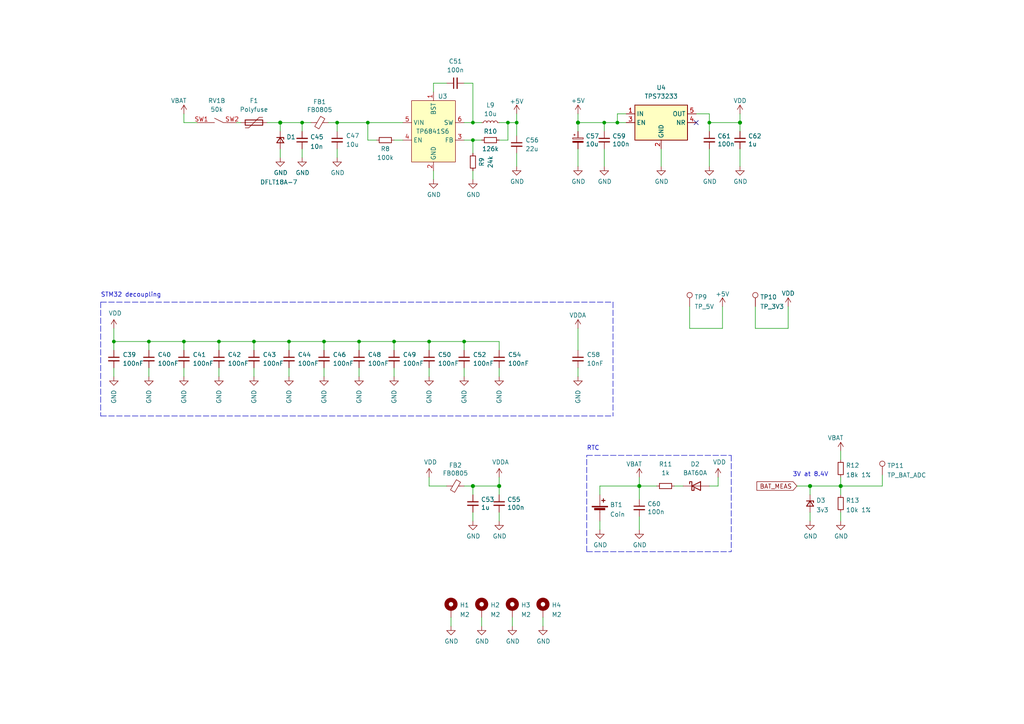
<source format=kicad_sch>
(kicad_sch (version 20211123) (generator eeschema)

  (uuid b1d66d41-52f9-48ac-b2ec-8d8b7b601570)

  (paper "A4")

  (title_block
    (title "Mini17 - QRP M17 handheld")
    (date "2022-07-25")
    (rev "A")
    (company "M17 Project")
  )

  (lib_symbols
    (symbol "Connector:TestPoint" (pin_numbers hide) (pin_names (offset 0.762) hide) (in_bom yes) (on_board yes)
      (property "Reference" "TP" (id 0) (at 0 6.858 0)
        (effects (font (size 1.27 1.27)))
      )
      (property "Value" "TestPoint" (id 1) (at 0 5.08 0)
        (effects (font (size 1.27 1.27)))
      )
      (property "Footprint" "" (id 2) (at 5.08 0 0)
        (effects (font (size 1.27 1.27)) hide)
      )
      (property "Datasheet" "~" (id 3) (at 5.08 0 0)
        (effects (font (size 1.27 1.27)) hide)
      )
      (property "ki_keywords" "test point tp" (id 4) (at 0 0 0)
        (effects (font (size 1.27 1.27)) hide)
      )
      (property "ki_description" "test point" (id 5) (at 0 0 0)
        (effects (font (size 1.27 1.27)) hide)
      )
      (property "ki_fp_filters" "Pin* Test*" (id 6) (at 0 0 0)
        (effects (font (size 1.27 1.27)) hide)
      )
      (symbol "TestPoint_0_1"
        (circle (center 0 3.302) (radius 0.762)
          (stroke (width 0) (type default) (color 0 0 0 0))
          (fill (type none))
        )
      )
      (symbol "TestPoint_1_1"
        (pin passive line (at 0 0 90) (length 2.54)
          (name "1" (effects (font (size 1.27 1.27))))
          (number "1" (effects (font (size 1.27 1.27))))
        )
      )
    )
    (symbol "Device:Battery_Cell" (pin_numbers hide) (pin_names (offset 0) hide) (in_bom yes) (on_board yes)
      (property "Reference" "BT" (id 0) (at 2.54 2.54 0)
        (effects (font (size 1.27 1.27)) (justify left))
      )
      (property "Value" "Battery_Cell" (id 1) (at 2.54 0 0)
        (effects (font (size 1.27 1.27)) (justify left))
      )
      (property "Footprint" "" (id 2) (at 0 1.524 90)
        (effects (font (size 1.27 1.27)) hide)
      )
      (property "Datasheet" "~" (id 3) (at 0 1.524 90)
        (effects (font (size 1.27 1.27)) hide)
      )
      (property "ki_keywords" "battery cell" (id 4) (at 0 0 0)
        (effects (font (size 1.27 1.27)) hide)
      )
      (property "ki_description" "Single-cell battery" (id 5) (at 0 0 0)
        (effects (font (size 1.27 1.27)) hide)
      )
      (symbol "Battery_Cell_0_1"
        (rectangle (start -2.286 1.778) (end 2.286 1.524)
          (stroke (width 0) (type default) (color 0 0 0 0))
          (fill (type outline))
        )
        (rectangle (start -1.5748 1.1938) (end 1.4732 0.6858)
          (stroke (width 0) (type default) (color 0 0 0 0))
          (fill (type outline))
        )
        (polyline
          (pts
            (xy 0 0.762)
            (xy 0 0)
          )
          (stroke (width 0) (type default) (color 0 0 0 0))
          (fill (type none))
        )
        (polyline
          (pts
            (xy 0 1.778)
            (xy 0 2.54)
          )
          (stroke (width 0) (type default) (color 0 0 0 0))
          (fill (type none))
        )
        (polyline
          (pts
            (xy 0.508 3.429)
            (xy 1.524 3.429)
          )
          (stroke (width 0.254) (type default) (color 0 0 0 0))
          (fill (type none))
        )
        (polyline
          (pts
            (xy 1.016 3.937)
            (xy 1.016 2.921)
          )
          (stroke (width 0.254) (type default) (color 0 0 0 0))
          (fill (type none))
        )
      )
      (symbol "Battery_Cell_1_1"
        (pin passive line (at 0 5.08 270) (length 2.54)
          (name "+" (effects (font (size 1.27 1.27))))
          (number "1" (effects (font (size 1.27 1.27))))
        )
        (pin passive line (at 0 -2.54 90) (length 2.54)
          (name "-" (effects (font (size 1.27 1.27))))
          (number "2" (effects (font (size 1.27 1.27))))
        )
      )
    )
    (symbol "Device:C_Small" (pin_numbers hide) (pin_names (offset 0.254) hide) (in_bom yes) (on_board yes)
      (property "Reference" "C" (id 0) (at 0.254 1.778 0)
        (effects (font (size 1.27 1.27)) (justify left))
      )
      (property "Value" "C_Small" (id 1) (at 0.254 -2.032 0)
        (effects (font (size 1.27 1.27)) (justify left))
      )
      (property "Footprint" "" (id 2) (at 0 0 0)
        (effects (font (size 1.27 1.27)) hide)
      )
      (property "Datasheet" "~" (id 3) (at 0 0 0)
        (effects (font (size 1.27 1.27)) hide)
      )
      (property "ki_keywords" "capacitor cap" (id 4) (at 0 0 0)
        (effects (font (size 1.27 1.27)) hide)
      )
      (property "ki_description" "Unpolarized capacitor, small symbol" (id 5) (at 0 0 0)
        (effects (font (size 1.27 1.27)) hide)
      )
      (property "ki_fp_filters" "C_*" (id 6) (at 0 0 0)
        (effects (font (size 1.27 1.27)) hide)
      )
      (symbol "C_Small_0_1"
        (polyline
          (pts
            (xy -1.524 -0.508)
            (xy 1.524 -0.508)
          )
          (stroke (width 0.3302) (type default) (color 0 0 0 0))
          (fill (type none))
        )
        (polyline
          (pts
            (xy -1.524 0.508)
            (xy 1.524 0.508)
          )
          (stroke (width 0.3048) (type default) (color 0 0 0 0))
          (fill (type none))
        )
      )
      (symbol "C_Small_1_1"
        (pin passive line (at 0 2.54 270) (length 2.032)
          (name "~" (effects (font (size 1.27 1.27))))
          (number "1" (effects (font (size 1.27 1.27))))
        )
        (pin passive line (at 0 -2.54 90) (length 2.032)
          (name "~" (effects (font (size 1.27 1.27))))
          (number "2" (effects (font (size 1.27 1.27))))
        )
      )
    )
    (symbol "Device:D_Zener_Small" (pin_numbers hide) (pin_names (offset 0.254) hide) (in_bom yes) (on_board yes)
      (property "Reference" "D" (id 0) (at 0 2.286 0)
        (effects (font (size 1.27 1.27)))
      )
      (property "Value" "D_Zener_Small" (id 1) (at 0 -2.286 0)
        (effects (font (size 1.27 1.27)))
      )
      (property "Footprint" "" (id 2) (at 0 0 90)
        (effects (font (size 1.27 1.27)) hide)
      )
      (property "Datasheet" "~" (id 3) (at 0 0 90)
        (effects (font (size 1.27 1.27)) hide)
      )
      (property "ki_keywords" "diode" (id 4) (at 0 0 0)
        (effects (font (size 1.27 1.27)) hide)
      )
      (property "ki_description" "Zener diode, small symbol" (id 5) (at 0 0 0)
        (effects (font (size 1.27 1.27)) hide)
      )
      (property "ki_fp_filters" "TO-???* *_Diode_* *SingleDiode* D_*" (id 6) (at 0 0 0)
        (effects (font (size 1.27 1.27)) hide)
      )
      (symbol "D_Zener_Small_0_1"
        (polyline
          (pts
            (xy 0.762 0)
            (xy -0.762 0)
          )
          (stroke (width 0) (type default) (color 0 0 0 0))
          (fill (type none))
        )
        (polyline
          (pts
            (xy -0.254 1.016)
            (xy -0.762 1.016)
            (xy -0.762 -1.016)
          )
          (stroke (width 0.254) (type default) (color 0 0 0 0))
          (fill (type none))
        )
        (polyline
          (pts
            (xy 0.762 1.016)
            (xy -0.762 0)
            (xy 0.762 -1.016)
            (xy 0.762 1.016)
          )
          (stroke (width 0.254) (type default) (color 0 0 0 0))
          (fill (type none))
        )
      )
      (symbol "D_Zener_Small_1_1"
        (pin passive line (at -2.54 0 0) (length 1.778)
          (name "K" (effects (font (size 1.27 1.27))))
          (number "1" (effects (font (size 1.27 1.27))))
        )
        (pin passive line (at 2.54 0 180) (length 1.778)
          (name "A" (effects (font (size 1.27 1.27))))
          (number "2" (effects (font (size 1.27 1.27))))
        )
      )
    )
    (symbol "Device:Ferrite_Bead_Small" (pin_numbers hide) (pin_names (offset 0)) (in_bom yes) (on_board yes)
      (property "Reference" "FB" (id 0) (at 1.905 1.27 0)
        (effects (font (size 1.27 1.27)) (justify left))
      )
      (property "Value" "Ferrite_Bead_Small" (id 1) (at 1.905 -1.27 0)
        (effects (font (size 1.27 1.27)) (justify left))
      )
      (property "Footprint" "" (id 2) (at -1.778 0 90)
        (effects (font (size 1.27 1.27)) hide)
      )
      (property "Datasheet" "~" (id 3) (at 0 0 0)
        (effects (font (size 1.27 1.27)) hide)
      )
      (property "ki_keywords" "L ferrite bead inductor filter" (id 4) (at 0 0 0)
        (effects (font (size 1.27 1.27)) hide)
      )
      (property "ki_description" "Ferrite bead, small symbol" (id 5) (at 0 0 0)
        (effects (font (size 1.27 1.27)) hide)
      )
      (property "ki_fp_filters" "Inductor_* L_* *Ferrite*" (id 6) (at 0 0 0)
        (effects (font (size 1.27 1.27)) hide)
      )
      (symbol "Ferrite_Bead_Small_0_1"
        (polyline
          (pts
            (xy 0 -1.27)
            (xy 0 -0.7874)
          )
          (stroke (width 0) (type default) (color 0 0 0 0))
          (fill (type none))
        )
        (polyline
          (pts
            (xy 0 0.889)
            (xy 0 1.2954)
          )
          (stroke (width 0) (type default) (color 0 0 0 0))
          (fill (type none))
        )
        (polyline
          (pts
            (xy -1.8288 0.2794)
            (xy -1.1176 1.4986)
            (xy 1.8288 -0.2032)
            (xy 1.1176 -1.4224)
            (xy -1.8288 0.2794)
          )
          (stroke (width 0) (type default) (color 0 0 0 0))
          (fill (type none))
        )
      )
      (symbol "Ferrite_Bead_Small_1_1"
        (pin passive line (at 0 2.54 270) (length 1.27)
          (name "~" (effects (font (size 1.27 1.27))))
          (number "1" (effects (font (size 1.27 1.27))))
        )
        (pin passive line (at 0 -2.54 90) (length 1.27)
          (name "~" (effects (font (size 1.27 1.27))))
          (number "2" (effects (font (size 1.27 1.27))))
        )
      )
    )
    (symbol "Device:Polyfuse" (pin_numbers hide) (pin_names (offset 0)) (in_bom yes) (on_board yes)
      (property "Reference" "F" (id 0) (at -2.54 0 90)
        (effects (font (size 1.27 1.27)))
      )
      (property "Value" "Polyfuse" (id 1) (at 2.54 0 90)
        (effects (font (size 1.27 1.27)))
      )
      (property "Footprint" "" (id 2) (at 1.27 -5.08 0)
        (effects (font (size 1.27 1.27)) (justify left) hide)
      )
      (property "Datasheet" "~" (id 3) (at 0 0 0)
        (effects (font (size 1.27 1.27)) hide)
      )
      (property "ki_keywords" "resettable fuse PTC PPTC polyfuse polyswitch" (id 4) (at 0 0 0)
        (effects (font (size 1.27 1.27)) hide)
      )
      (property "ki_description" "Resettable fuse, polymeric positive temperature coefficient" (id 5) (at 0 0 0)
        (effects (font (size 1.27 1.27)) hide)
      )
      (property "ki_fp_filters" "*polyfuse* *PTC*" (id 6) (at 0 0 0)
        (effects (font (size 1.27 1.27)) hide)
      )
      (symbol "Polyfuse_0_1"
        (rectangle (start -0.762 2.54) (end 0.762 -2.54)
          (stroke (width 0.254) (type default) (color 0 0 0 0))
          (fill (type none))
        )
        (polyline
          (pts
            (xy 0 2.54)
            (xy 0 -2.54)
          )
          (stroke (width 0) (type default) (color 0 0 0 0))
          (fill (type none))
        )
        (polyline
          (pts
            (xy -1.524 2.54)
            (xy -1.524 1.524)
            (xy 1.524 -1.524)
            (xy 1.524 -2.54)
          )
          (stroke (width 0) (type default) (color 0 0 0 0))
          (fill (type none))
        )
      )
      (symbol "Polyfuse_1_1"
        (pin passive line (at 0 3.81 270) (length 1.27)
          (name "~" (effects (font (size 1.27 1.27))))
          (number "1" (effects (font (size 1.27 1.27))))
        )
        (pin passive line (at 0 -3.81 90) (length 1.27)
          (name "~" (effects (font (size 1.27 1.27))))
          (number "2" (effects (font (size 1.27 1.27))))
        )
      )
    )
    (symbol "Diode:BAT60A" (pin_numbers hide) (pin_names (offset 1.016) hide) (in_bom yes) (on_board yes)
      (property "Reference" "D" (id 0) (at 0 2.54 0)
        (effects (font (size 1.27 1.27)))
      )
      (property "Value" "BAT60A" (id 1) (at 0 -2.54 0)
        (effects (font (size 1.27 1.27)))
      )
      (property "Footprint" "Diode_SMD:D_SOD-323" (id 2) (at 0 -4.445 0)
        (effects (font (size 1.27 1.27)) hide)
      )
      (property "Datasheet" "https://www.infineon.com/dgdl/Infineon-BAT60ASERIES-DS-v01_01-en.pdf?fileId=db3a304313d846880113def70c9304a9" (id 3) (at 0 0 0)
        (effects (font (size 1.27 1.27)) hide)
      )
      (property "ki_keywords" "diode Schottky" (id 4) (at 0 0 0)
        (effects (font (size 1.27 1.27)) hide)
      )
      (property "ki_description" "10V 3A High Current Recitifier Schottky Diode, SOD-323" (id 5) (at 0 0 0)
        (effects (font (size 1.27 1.27)) hide)
      )
      (property "ki_fp_filters" "D*SOD?323*" (id 6) (at 0 0 0)
        (effects (font (size 1.27 1.27)) hide)
      )
      (symbol "BAT60A_0_1"
        (polyline
          (pts
            (xy 1.27 0)
            (xy -1.27 0)
          )
          (stroke (width 0) (type default) (color 0 0 0 0))
          (fill (type none))
        )
        (polyline
          (pts
            (xy 1.27 1.27)
            (xy 1.27 -1.27)
            (xy -1.27 0)
            (xy 1.27 1.27)
          )
          (stroke (width 0.254) (type default) (color 0 0 0 0))
          (fill (type none))
        )
        (polyline
          (pts
            (xy -1.905 0.635)
            (xy -1.905 1.27)
            (xy -1.27 1.27)
            (xy -1.27 -1.27)
            (xy -0.635 -1.27)
            (xy -0.635 -0.635)
          )
          (stroke (width 0.254) (type default) (color 0 0 0 0))
          (fill (type none))
        )
      )
      (symbol "BAT60A_1_1"
        (pin passive line (at -3.81 0 0) (length 2.54)
          (name "K" (effects (font (size 1.27 1.27))))
          (number "1" (effects (font (size 1.27 1.27))))
        )
        (pin passive line (at 3.81 0 180) (length 2.54)
          (name "A" (effects (font (size 1.27 1.27))))
          (number "2" (effects (font (size 1.27 1.27))))
        )
      )
    )
    (symbol "M17-SmartMic:R_Potentiometer_Switch" (pin_names (offset 1.016) hide) (in_bom yes) (on_board yes)
      (property "Reference" "RV" (id 0) (at -4.445 0 90)
        (effects (font (size 1.27 1.27)))
      )
      (property "Value" "R_Potentiometer_Switch" (id 1) (at -2.54 0 90)
        (effects (font (size 1.27 1.27)))
      )
      (property "Footprint" "" (id 2) (at 0 0 0)
        (effects (font (size 1.27 1.27)) hide)
      )
      (property "Datasheet" "~" (id 3) (at -2.54 0 90)
        (effects (font (size 1.27 1.27)) hide)
      )
      (property "ki_locked" "" (id 4) (at 0 0 0)
        (effects (font (size 1.27 1.27)))
      )
      (property "ki_keywords" "resistor variable" (id 5) (at 0 0 0)
        (effects (font (size 1.27 1.27)) hide)
      )
      (property "ki_description" "Potentiometer" (id 6) (at 0 0 0)
        (effects (font (size 1.27 1.27)) hide)
      )
      (property "ki_fp_filters" "Potentiometer*" (id 7) (at 0 0 0)
        (effects (font (size 1.27 1.27)) hide)
      )
      (symbol "R_Potentiometer_Switch_1_1"
        (pin passive line (at 0 2.54 270) (length 0.635)
          (name "1" (effects (font (size 0.635 0.635))))
          (number "1" (effects (font (size 0.635 0.635))))
        )
        (pin passive line (at 2.54 0 180) (length 0.9906)
          (name "2" (effects (font (size 0.635 0.635))))
          (number "2" (effects (font (size 0.635 0.635))))
        )
        (pin passive line (at 0 -2.54 90) (length 0.635)
          (name "3" (effects (font (size 0.635 0.635))))
          (number "3" (effects (font (size 0.635 0.635))))
        )
      )
      (symbol "R_Potentiometer_Switch_2_1"
        (polyline
          (pts
            (xy 0 2.54)
            (xy 0 0)
          )
          (stroke (width 0.1524) (type default) (color 0 0 0 0))
          (fill (type none))
        )
        (polyline
          (pts
            (xy 0 -3.81)
            (xy 0 -2.54)
            (xy 1.27 0)
          )
          (stroke (width 0.1524) (type default) (color 0 0 0 0))
          (fill (type none))
        )
        (pin input line (at 0 5.08 270) (length 2.54)
          (name "SW" (effects (font (size 1.27 1.27))))
          (number "SW1" (effects (font (size 1.27 1.27))))
        )
        (pin input line (at 0 -6.35 90) (length 2.54)
          (name "SW" (effects (font (size 1.27 1.27))))
          (number "SW2" (effects (font (size 1.27 1.27))))
        )
      )
    )
    (symbol "Mechanical:MountingHole_Pad" (pin_numbers hide) (pin_names (offset 1.016) hide) (in_bom yes) (on_board yes)
      (property "Reference" "H" (id 0) (at 0 6.35 0)
        (effects (font (size 1.27 1.27)))
      )
      (property "Value" "MountingHole_Pad" (id 1) (at 0 4.445 0)
        (effects (font (size 1.27 1.27)))
      )
      (property "Footprint" "" (id 2) (at 0 0 0)
        (effects (font (size 1.27 1.27)) hide)
      )
      (property "Datasheet" "~" (id 3) (at 0 0 0)
        (effects (font (size 1.27 1.27)) hide)
      )
      (property "ki_keywords" "mounting hole" (id 4) (at 0 0 0)
        (effects (font (size 1.27 1.27)) hide)
      )
      (property "ki_description" "Mounting Hole with connection" (id 5) (at 0 0 0)
        (effects (font (size 1.27 1.27)) hide)
      )
      (property "ki_fp_filters" "MountingHole*Pad*" (id 6) (at 0 0 0)
        (effects (font (size 1.27 1.27)) hide)
      )
      (symbol "MountingHole_Pad_0_1"
        (circle (center 0 1.27) (radius 1.27)
          (stroke (width 1.27) (type default) (color 0 0 0 0))
          (fill (type none))
        )
      )
      (symbol "MountingHole_Pad_1_1"
        (pin input line (at 0 -2.54 90) (length 2.54)
          (name "1" (effects (font (size 1.27 1.27))))
          (number "1" (effects (font (size 1.27 1.27))))
        )
      )
    )
    (symbol "Module17:TP6841S6" (in_bom yes) (on_board yes)
      (property "Reference" "U" (id 0) (at 0 2.54 0)
        (effects (font (size 1.27 1.27)))
      )
      (property "Value" "TP6841S6" (id 1) (at 0 0 0)
        (effects (font (size 1.27 1.27)))
      )
      (property "Footprint" "" (id 2) (at -2.54 33.02 0)
        (effects (font (size 1.27 1.27)) hide)
      )
      (property "Datasheet" "" (id 3) (at -2.54 33.02 0)
        (effects (font (size 1.27 1.27)) hide)
      )
      (symbol "TP6841S6_0_1"
        (rectangle (start -6.35 8.89) (end 6.35 -8.89)
          (stroke (width 0) (type default) (color 0 0 0 0))
          (fill (type background))
        )
      )
      (symbol "TP6841S6_1_1"
        (pin input line (at 0 11.43 270) (length 2.54)
          (name "BST" (effects (font (size 1.27 1.27))))
          (number "1" (effects (font (size 1.27 1.27))))
        )
        (pin input line (at 0 -11.43 90) (length 2.54)
          (name "GND" (effects (font (size 1.27 1.27))))
          (number "2" (effects (font (size 1.27 1.27))))
        )
        (pin input line (at 8.89 -2.54 180) (length 2.54)
          (name "FB" (effects (font (size 1.27 1.27))))
          (number "3" (effects (font (size 1.27 1.27))))
        )
        (pin input line (at -8.89 -2.54 0) (length 2.54)
          (name "EN" (effects (font (size 1.27 1.27))))
          (number "4" (effects (font (size 1.27 1.27))))
        )
        (pin input line (at -8.89 2.54 0) (length 2.54)
          (name "VIN" (effects (font (size 1.27 1.27))))
          (number "5" (effects (font (size 1.27 1.27))))
        )
        (pin input line (at 8.89 2.54 180) (length 2.54)
          (name "SW" (effects (font (size 1.27 1.27))))
          (number "6" (effects (font (size 1.27 1.27))))
        )
      )
    )
    (symbol "Regulator_Linear:TPS73133DBV" (in_bom yes) (on_board yes)
      (property "Reference" "U" (id 0) (at -6.35 6.35 0)
        (effects (font (size 1.27 1.27)))
      )
      (property "Value" "TPS73133DBV" (id 1) (at 1.27 6.35 0)
        (effects (font (size 1.27 1.27)) (justify left))
      )
      (property "Footprint" "Package_TO_SOT_SMD:SOT-23-5" (id 2) (at 0 8.255 0)
        (effects (font (size 1.27 1.27) italic) hide)
      )
      (property "Datasheet" "http://www.ti.com/lit/ds/symlink/tps731.pdf" (id 3) (at 0 -1.27 0)
        (effects (font (size 1.27 1.27)) hide)
      )
      (property "ki_keywords" "Cap free Fixed LDO 150mA" (id 4) (at 0 0 0)
        (effects (font (size 1.27 1.27)) hide)
      )
      (property "ki_description" "Cap free NMOS 150mA Low Drop 3.3V Regulator, SOT-23-5" (id 5) (at 0 0 0)
        (effects (font (size 1.27 1.27)) hide)
      )
      (property "ki_fp_filters" "SOT?23*" (id 6) (at 0 0 0)
        (effects (font (size 1.27 1.27)) hide)
      )
      (symbol "TPS73133DBV_0_1"
        (rectangle (start -7.62 -5.08) (end 7.62 5.08)
          (stroke (width 0.254) (type default) (color 0 0 0 0))
          (fill (type background))
        )
      )
      (symbol "TPS73133DBV_1_1"
        (pin power_in line (at -10.16 2.54 0) (length 2.54)
          (name "IN" (effects (font (size 1.27 1.27))))
          (number "1" (effects (font (size 1.27 1.27))))
        )
        (pin power_in line (at 0 -7.62 90) (length 2.54)
          (name "GND" (effects (font (size 1.27 1.27))))
          (number "2" (effects (font (size 1.27 1.27))))
        )
        (pin input line (at -10.16 0 0) (length 2.54)
          (name "EN" (effects (font (size 1.27 1.27))))
          (number "3" (effects (font (size 1.27 1.27))))
        )
        (pin passive line (at 10.16 0 180) (length 2.54)
          (name "NR" (effects (font (size 1.27 1.27))))
          (number "4" (effects (font (size 1.27 1.27))))
        )
        (pin power_out line (at 10.16 2.54 180) (length 2.54)
          (name "OUT" (effects (font (size 1.27 1.27))))
          (number "5" (effects (font (size 1.27 1.27))))
        )
      )
    )
    (symbol "pkl_device:pkl_CP_Small" (pin_numbers hide) (pin_names (offset 0.254) hide) (in_bom yes) (on_board yes)
      (property "Reference" "C" (id 0) (at 0.254 1.778 0)
        (effects (font (size 1.27 1.27)) (justify left))
      )
      (property "Value" "pkl_CP_Small" (id 1) (at 0.254 -2.032 0)
        (effects (font (size 1.27 1.27)) (justify left))
      )
      (property "Footprint" "" (id 2) (at 0 0 0)
        (effects (font (size 1.524 1.524)))
      )
      (property "Datasheet" "" (id 3) (at 0 0 0)
        (effects (font (size 1.524 1.524)))
      )
      (property "ki_description" "Polarised capacitor" (id 4) (at 0 0 0)
        (effects (font (size 1.27 1.27)) hide)
      )
      (property "ki_fp_filters" "CP* Elko* TantalC* C*elec c_elec* SMD*_Pol" (id 5) (at 0 0 0)
        (effects (font (size 1.27 1.27)) hide)
      )
      (symbol "pkl_CP_Small_0_1"
        (rectangle (start -1.524 -0.3048) (end 1.524 -0.6858)
          (stroke (width 0) (type default) (color 0 0 0 0))
          (fill (type outline))
        )
        (rectangle (start -1.524 0.6858) (end 1.524 0.3048)
          (stroke (width 0) (type default) (color 0 0 0 0))
          (fill (type none))
        )
        (polyline
          (pts
            (xy -1.27 1.524)
            (xy -0.762 1.524)
          )
          (stroke (width 0) (type default) (color 0 0 0 0))
          (fill (type none))
        )
        (polyline
          (pts
            (xy -1.016 1.27)
            (xy -1.016 1.778)
          )
          (stroke (width 0) (type default) (color 0 0 0 0))
          (fill (type none))
        )
      )
      (symbol "pkl_CP_Small_1_1"
        (pin passive line (at 0 2.54 270) (length 1.8542)
          (name "~" (effects (font (size 1.016 1.016))))
          (number "1" (effects (font (size 1.016 1.016))))
        )
        (pin passive line (at 0 -2.54 90) (length 1.8542)
          (name "~" (effects (font (size 1.016 1.016))))
          (number "2" (effects (font (size 1.016 1.016))))
        )
      )
    )
    (symbol "pkl_device:pkl_C_Small" (pin_numbers hide) (pin_names (offset 0.254) hide) (in_bom yes) (on_board yes)
      (property "Reference" "C" (id 0) (at 0.254 1.778 0)
        (effects (font (size 1.27 1.27)) (justify left))
      )
      (property "Value" "pkl_C_Small" (id 1) (at 0.254 -2.032 0)
        (effects (font (size 1.27 1.27)) (justify left))
      )
      (property "Footprint" "" (id 2) (at 0 0 0)
        (effects (font (size 1.524 1.524)))
      )
      (property "Datasheet" "" (id 3) (at 0 0 0)
        (effects (font (size 1.524 1.524)))
      )
      (property "ki_description" "Unpolarized capacitor" (id 4) (at 0 0 0)
        (effects (font (size 1.27 1.27)) hide)
      )
      (property "ki_fp_filters" "C? C_????_* C_???? SMD*_c Capacitor*" (id 5) (at 0 0 0)
        (effects (font (size 1.27 1.27)) hide)
      )
      (symbol "pkl_C_Small_0_1"
        (polyline
          (pts
            (xy -1.524 -0.508)
            (xy 1.524 -0.508)
          )
          (stroke (width 0.3302) (type default) (color 0 0 0 0))
          (fill (type none))
        )
        (polyline
          (pts
            (xy -1.524 0.508)
            (xy 1.524 0.508)
          )
          (stroke (width 0.3048) (type default) (color 0 0 0 0))
          (fill (type none))
        )
      )
      (symbol "pkl_C_Small_1_1"
        (pin passive line (at 0 2.54 270) (length 1.905)
          (name "~" (effects (font (size 1.016 1.016))))
          (number "1" (effects (font (size 1.016 1.016))))
        )
        (pin passive line (at 0 -2.54 90) (length 2.032)
          (name "~" (effects (font (size 1.016 1.016))))
          (number "2" (effects (font (size 1.016 1.016))))
        )
      )
    )
    (symbol "pkl_device:pkl_L_Small" (pin_numbers hide) (pin_names (offset 0) hide) (in_bom yes) (on_board yes)
      (property "Reference" "L" (id 0) (at 1.524 1.27 0)
        (effects (font (size 1.27 1.27)) (justify left))
      )
      (property "Value" "pkl_L_Small" (id 1) (at 1.524 -1.27 0)
        (effects (font (size 1.27 1.27)) (justify left))
      )
      (property "Footprint" "" (id 2) (at 0 0 90)
        (effects (font (size 1.524 1.524)))
      )
      (property "Datasheet" "" (id 3) (at 0 0 90)
        (effects (font (size 1.524 1.524)))
      )
      (property "ki_description" "Inductor" (id 4) (at 0 0 0)
        (effects (font (size 1.27 1.27)) hide)
      )
      (property "ki_fp_filters" "L? L_????_* L_???? SMD*_l Inductor*" (id 5) (at 0 0 0)
        (effects (font (size 1.27 1.27)) hide)
      )
      (symbol "pkl_L_Small_0_1"
        (arc (start 0 -2.032) (mid 0.508 -1.524) (end 0 -1.016)
          (stroke (width 0) (type default) (color 0 0 0 0))
          (fill (type none))
        )
        (arc (start 0 -1.016) (mid 0.508 -0.508) (end 0 0)
          (stroke (width 0) (type default) (color 0 0 0 0))
          (fill (type none))
        )
        (arc (start 0 0) (mid 0.508 0.508) (end 0 1.016)
          (stroke (width 0) (type default) (color 0 0 0 0))
          (fill (type none))
        )
        (arc (start 0 1.016) (mid 0.508 1.524) (end 0 2.032)
          (stroke (width 0) (type default) (color 0 0 0 0))
          (fill (type none))
        )
      )
      (symbol "pkl_L_Small_1_1"
        (pin input line (at 0 -2.54 90) (length 0.508)
          (name "1" (effects (font (size 0.762 0.762))))
          (number "1" (effects (font (size 0.762 0.762))))
        )
        (pin input line (at 0 2.54 270) (length 0.508)
          (name "2" (effects (font (size 0.762 0.762))))
          (number "2" (effects (font (size 0.762 0.762))))
        )
      )
    )
    (symbol "pkl_device:pkl_R_Small" (pin_numbers hide) (pin_names (offset 0.254) hide) (in_bom yes) (on_board yes)
      (property "Reference" "R" (id 0) (at 0.762 0.508 0)
        (effects (font (size 1.27 1.27)) (justify left))
      )
      (property "Value" "pkl_R_Small" (id 1) (at 0.762 -1.016 0)
        (effects (font (size 1.27 1.27)) (justify left))
      )
      (property "Footprint" "" (id 2) (at 0 0 0)
        (effects (font (size 1.524 1.524)))
      )
      (property "Datasheet" "" (id 3) (at 0 0 0)
        (effects (font (size 1.524 1.524)))
      )
      (property "ki_description" "Resistor" (id 4) (at 0 0 0)
        (effects (font (size 1.27 1.27)) hide)
      )
      (property "ki_fp_filters" "Resistor_* R_*" (id 5) (at 0 0 0)
        (effects (font (size 1.27 1.27)) hide)
      )
      (symbol "pkl_R_Small_0_1"
        (rectangle (start -0.762 1.778) (end 0.762 -1.778)
          (stroke (width 0.2032) (type default) (color 0 0 0 0))
          (fill (type none))
        )
      )
      (symbol "pkl_R_Small_1_1"
        (pin passive line (at 0 2.54 270) (length 0.762)
          (name "~" (effects (font (size 1.016 1.016))))
          (number "1" (effects (font (size 1.016 1.016))))
        )
        (pin passive line (at 0 -2.54 90) (length 0.762)
          (name "~" (effects (font (size 1.016 1.016))))
          (number "2" (effects (font (size 1.016 1.016))))
        )
      )
    )
    (symbol "pkl_power:VBAT" (power) (pin_names (offset 0)) (in_bom yes) (on_board yes)
      (property "Reference" "#PWR" (id 0) (at 0 -3.81 0)
        (effects (font (size 1.27 1.27)) hide)
      )
      (property "Value" "VBAT" (id 1) (at 0 3.556 0)
        (effects (font (size 1.27 1.27)))
      )
      (property "Footprint" "" (id 2) (at 0 0 0)
        (effects (font (size 1.27 1.27)) hide)
      )
      (property "Datasheet" "" (id 3) (at 0 0 0)
        (effects (font (size 1.27 1.27)) hide)
      )
      (property "ki_keywords" "power-flag battery" (id 4) (at 0 0 0)
        (effects (font (size 1.27 1.27)) hide)
      )
      (property "ki_description" "Power symbol creates a global label with name \"VBAT\"" (id 5) (at 0 0 0)
        (effects (font (size 1.27 1.27)) hide)
      )
      (symbol "VBAT_0_1"
        (polyline
          (pts
            (xy -0.762 1.27)
            (xy 0 2.54)
          )
          (stroke (width 0) (type default) (color 0 0 0 0))
          (fill (type none))
        )
        (polyline
          (pts
            (xy 0 0)
            (xy 0 2.54)
          )
          (stroke (width 0) (type default) (color 0 0 0 0))
          (fill (type none))
        )
        (polyline
          (pts
            (xy 0 2.54)
            (xy 0.762 1.27)
          )
          (stroke (width 0) (type default) (color 0 0 0 0))
          (fill (type none))
        )
      )
      (symbol "VBAT_1_1"
        (pin power_in line (at 0 0 90) (length 0) hide
          (name "VBAT" (effects (font (size 1.27 1.27))))
          (number "1" (effects (font (size 1.27 1.27))))
        )
      )
    )
    (symbol "power:+5V" (power) (pin_names (offset 0)) (in_bom yes) (on_board yes)
      (property "Reference" "#PWR" (id 0) (at 0 -3.81 0)
        (effects (font (size 1.27 1.27)) hide)
      )
      (property "Value" "+5V" (id 1) (at 0 3.556 0)
        (effects (font (size 1.27 1.27)))
      )
      (property "Footprint" "" (id 2) (at 0 0 0)
        (effects (font (size 1.27 1.27)) hide)
      )
      (property "Datasheet" "" (id 3) (at 0 0 0)
        (effects (font (size 1.27 1.27)) hide)
      )
      (property "ki_keywords" "power-flag" (id 4) (at 0 0 0)
        (effects (font (size 1.27 1.27)) hide)
      )
      (property "ki_description" "Power symbol creates a global label with name \"+5V\"" (id 5) (at 0 0 0)
        (effects (font (size 1.27 1.27)) hide)
      )
      (symbol "+5V_0_1"
        (polyline
          (pts
            (xy -0.762 1.27)
            (xy 0 2.54)
          )
          (stroke (width 0) (type default) (color 0 0 0 0))
          (fill (type none))
        )
        (polyline
          (pts
            (xy 0 0)
            (xy 0 2.54)
          )
          (stroke (width 0) (type default) (color 0 0 0 0))
          (fill (type none))
        )
        (polyline
          (pts
            (xy 0 2.54)
            (xy 0.762 1.27)
          )
          (stroke (width 0) (type default) (color 0 0 0 0))
          (fill (type none))
        )
      )
      (symbol "+5V_1_1"
        (pin power_in line (at 0 0 90) (length 0) hide
          (name "+5V" (effects (font (size 1.27 1.27))))
          (number "1" (effects (font (size 1.27 1.27))))
        )
      )
    )
    (symbol "power:GND" (power) (pin_names (offset 0)) (in_bom yes) (on_board yes)
      (property "Reference" "#PWR" (id 0) (at 0 -6.35 0)
        (effects (font (size 1.27 1.27)) hide)
      )
      (property "Value" "GND" (id 1) (at 0 -3.81 0)
        (effects (font (size 1.27 1.27)))
      )
      (property "Footprint" "" (id 2) (at 0 0 0)
        (effects (font (size 1.27 1.27)) hide)
      )
      (property "Datasheet" "" (id 3) (at 0 0 0)
        (effects (font (size 1.27 1.27)) hide)
      )
      (property "ki_keywords" "power-flag" (id 4) (at 0 0 0)
        (effects (font (size 1.27 1.27)) hide)
      )
      (property "ki_description" "Power symbol creates a global label with name \"GND\" , ground" (id 5) (at 0 0 0)
        (effects (font (size 1.27 1.27)) hide)
      )
      (symbol "GND_0_1"
        (polyline
          (pts
            (xy 0 0)
            (xy 0 -1.27)
            (xy 1.27 -1.27)
            (xy 0 -2.54)
            (xy -1.27 -1.27)
            (xy 0 -1.27)
          )
          (stroke (width 0) (type default) (color 0 0 0 0))
          (fill (type none))
        )
      )
      (symbol "GND_1_1"
        (pin power_in line (at 0 0 270) (length 0) hide
          (name "GND" (effects (font (size 1.27 1.27))))
          (number "1" (effects (font (size 1.27 1.27))))
        )
      )
    )
    (symbol "power:VDD" (power) (pin_names (offset 0)) (in_bom yes) (on_board yes)
      (property "Reference" "#PWR" (id 0) (at 0 -3.81 0)
        (effects (font (size 1.27 1.27)) hide)
      )
      (property "Value" "VDD" (id 1) (at 0 3.81 0)
        (effects (font (size 1.27 1.27)))
      )
      (property "Footprint" "" (id 2) (at 0 0 0)
        (effects (font (size 1.27 1.27)) hide)
      )
      (property "Datasheet" "" (id 3) (at 0 0 0)
        (effects (font (size 1.27 1.27)) hide)
      )
      (property "ki_keywords" "power-flag" (id 4) (at 0 0 0)
        (effects (font (size 1.27 1.27)) hide)
      )
      (property "ki_description" "Power symbol creates a global label with name \"VDD\"" (id 5) (at 0 0 0)
        (effects (font (size 1.27 1.27)) hide)
      )
      (symbol "VDD_0_1"
        (polyline
          (pts
            (xy -0.762 1.27)
            (xy 0 2.54)
          )
          (stroke (width 0) (type default) (color 0 0 0 0))
          (fill (type none))
        )
        (polyline
          (pts
            (xy 0 0)
            (xy 0 2.54)
          )
          (stroke (width 0) (type default) (color 0 0 0 0))
          (fill (type none))
        )
        (polyline
          (pts
            (xy 0 2.54)
            (xy 0.762 1.27)
          )
          (stroke (width 0) (type default) (color 0 0 0 0))
          (fill (type none))
        )
      )
      (symbol "VDD_1_1"
        (pin power_in line (at 0 0 90) (length 0) hide
          (name "VDD" (effects (font (size 1.27 1.27))))
          (number "1" (effects (font (size 1.27 1.27))))
        )
      )
    )
    (symbol "power:VDDA" (power) (pin_names (offset 0)) (in_bom yes) (on_board yes)
      (property "Reference" "#PWR" (id 0) (at 0 -3.81 0)
        (effects (font (size 1.27 1.27)) hide)
      )
      (property "Value" "VDDA" (id 1) (at 0 3.81 0)
        (effects (font (size 1.27 1.27)))
      )
      (property "Footprint" "" (id 2) (at 0 0 0)
        (effects (font (size 1.27 1.27)) hide)
      )
      (property "Datasheet" "" (id 3) (at 0 0 0)
        (effects (font (size 1.27 1.27)) hide)
      )
      (property "ki_keywords" "power-flag" (id 4) (at 0 0 0)
        (effects (font (size 1.27 1.27)) hide)
      )
      (property "ki_description" "Power symbol creates a global label with name \"VDDA\"" (id 5) (at 0 0 0)
        (effects (font (size 1.27 1.27)) hide)
      )
      (symbol "VDDA_0_1"
        (polyline
          (pts
            (xy -0.762 1.27)
            (xy 0 2.54)
          )
          (stroke (width 0) (type default) (color 0 0 0 0))
          (fill (type none))
        )
        (polyline
          (pts
            (xy 0 0)
            (xy 0 2.54)
          )
          (stroke (width 0) (type default) (color 0 0 0 0))
          (fill (type none))
        )
        (polyline
          (pts
            (xy 0 2.54)
            (xy 0.762 1.27)
          )
          (stroke (width 0) (type default) (color 0 0 0 0))
          (fill (type none))
        )
      )
      (symbol "VDDA_1_1"
        (pin power_in line (at 0 0 90) (length 0) hide
          (name "VDDA" (effects (font (size 1.27 1.27))))
          (number "1" (effects (font (size 1.27 1.27))))
        )
      )
    )
  )


  (junction (at 104.14 99.06) (diameter 0) (color 0 0 0 0)
    (uuid 021fb267-534b-41f2-b517-18dd15e5a8fc)
  )
  (junction (at 243.84 140.97) (diameter 1.016) (color 0 0 0 0)
    (uuid 02bac9a4-104b-4dfc-a568-5fae4cffdcc0)
  )
  (junction (at 114.3 99.06) (diameter 0) (color 0 0 0 0)
    (uuid 112568d9-1e96-42b4-be8e-dec5ad476f6f)
  )
  (junction (at 149.86 35.56) (diameter 0) (color 0 0 0 0)
    (uuid 143b1700-c10c-4955-a494-d5c0aaa5db37)
  )
  (junction (at 137.16 35.56) (diameter 0) (color 0 0 0 0)
    (uuid 216180ff-5f1a-4a72-887a-4b8c5987453f)
  )
  (junction (at 43.18 99.06) (diameter 0) (color 0 0 0 0)
    (uuid 23e79d08-eb42-4586-981a-9a11cc3f2b5b)
  )
  (junction (at 214.63 35.56) (diameter 1.016) (color 0 0 0 0)
    (uuid 296b9a38-f2b4-46cc-9fb7-9c1495b3c5dd)
  )
  (junction (at 97.79 35.56) (diameter 0) (color 0 0 0 0)
    (uuid 326822a3-7ef5-4912-9250-e0d1f68db2af)
  )
  (junction (at 81.28 35.56) (diameter 1.016) (color 0 0 0 0)
    (uuid 394c04cb-2ced-43df-a20a-3969425acf39)
  )
  (junction (at 106.68 35.56) (diameter 0) (color 0 0 0 0)
    (uuid 3f0c5318-3981-4c50-a45b-9c078955553f)
  )
  (junction (at 185.42 140.97) (diameter 1.016) (color 0 0 0 0)
    (uuid 4a5222f1-b714-4aad-9eef-a3545eae47e9)
  )
  (junction (at 147.32 35.56) (diameter 0) (color 0 0 0 0)
    (uuid 4f4d1fa5-8d62-4483-bf51-1c5987ace1ca)
  )
  (junction (at 137.16 40.64) (diameter 0) (color 0 0 0 0)
    (uuid 51058afa-5efe-48c8-957b-b4527fab6ae1)
  )
  (junction (at 124.46 99.06) (diameter 0) (color 0 0 0 0)
    (uuid 573168d2-332b-4307-80e4-e9e497854b53)
  )
  (junction (at 73.66 99.06) (diameter 0) (color 0 0 0 0)
    (uuid 7400a697-0301-43c7-aaaa-936a70dfd662)
  )
  (junction (at 179.07 35.56) (diameter 0) (color 0 0 0 0)
    (uuid 9db6de5e-b703-4c65-a5a4-798e5fb460f7)
  )
  (junction (at 205.74 35.56) (diameter 0) (color 0 0 0 0)
    (uuid a50ef7dc-20f5-47f2-966e-38bf50ae37f1)
  )
  (junction (at 234.95 140.97) (diameter 1.016) (color 0 0 0 0)
    (uuid a60d7aa8-8678-4ee3-8b33-33bc5f234be9)
  )
  (junction (at 175.26 35.56) (diameter 0) (color 0 0 0 0)
    (uuid b59b3e20-0d59-4eff-816a-06cc27e34b37)
  )
  (junction (at 134.62 99.06) (diameter 0) (color 0 0 0 0)
    (uuid bc13d67f-0d32-4665-96cb-fb3b525a09d7)
  )
  (junction (at 93.98 99.06) (diameter 0) (color 0 0 0 0)
    (uuid be2fb336-542e-46cf-9388-21be969afcc5)
  )
  (junction (at 33.02 99.06) (diameter 0) (color 0 0 0 0)
    (uuid c630fb4b-7877-4cac-a0dd-75ef036c65dc)
  )
  (junction (at 63.5 99.06) (diameter 0) (color 0 0 0 0)
    (uuid c643dcd4-9c0e-4dc1-b3da-162234b4396e)
  )
  (junction (at 144.78 140.97) (diameter 1.016) (color 0 0 0 0)
    (uuid cb47263f-405d-4357-9ebf-a6ab6a520a34)
  )
  (junction (at 137.16 140.97) (diameter 1.016) (color 0 0 0 0)
    (uuid cfd289e7-f7c2-4484-b4ac-7c4511e96075)
  )
  (junction (at 167.64 35.56) (diameter 1.016) (color 0 0 0 0)
    (uuid d3393c15-d6ca-49a8-82eb-e8f2034b4049)
  )
  (junction (at 83.82 99.06) (diameter 0) (color 0 0 0 0)
    (uuid da90e7d8-f91a-421a-8672-a3ac1f35a5c4)
  )
  (junction (at 53.34 99.06) (diameter 0) (color 0 0 0 0)
    (uuid f2675553-e72d-4a18-b3e0-6d88e21c0414)
  )
  (junction (at 87.63 35.56) (diameter 0) (color 0 0 0 0)
    (uuid f6511f4b-b195-4251-b368-e4def0721f4c)
  )

  (no_connect (at 201.93 35.56) (uuid 74fd9c0a-3eea-4dbd-aa5e-b55058ddff6c))

  (wire (pts (xy 137.16 35.56) (xy 137.16 24.13))
    (stroke (width 0) (type default) (color 0 0 0 0))
    (uuid 03011294-29bc-445b-941b-0e3c51546420)
  )
  (wire (pts (xy 149.86 44.45) (xy 149.86 48.26))
    (stroke (width 0) (type solid) (color 0 0 0 0))
    (uuid 042ba9a7-9c35-4084-a8a8-faac110c8ebb)
  )
  (wire (pts (xy 201.93 33.02) (xy 205.74 33.02))
    (stroke (width 0) (type default) (color 0 0 0 0))
    (uuid 06ec5972-365d-47aa-b792-fdf8a81c41da)
  )
  (wire (pts (xy 144.78 40.64) (xy 147.32 40.64))
    (stroke (width 0) (type default) (color 0 0 0 0))
    (uuid 08b3b6ff-7023-46bd-ba48-7a4e5b2bacdc)
  )
  (wire (pts (xy 63.5 101.6) (xy 63.5 99.06))
    (stroke (width 0) (type default) (color 0 0 0 0))
    (uuid 08cb536a-9681-46d2-a90d-11db9780fcbc)
  )
  (wire (pts (xy 137.16 40.64) (xy 137.16 44.45))
    (stroke (width 0) (type default) (color 0 0 0 0))
    (uuid 0a7690cb-749e-4300-93f5-faa4b8d74139)
  )
  (wire (pts (xy 205.74 35.56) (xy 214.63 35.56))
    (stroke (width 0) (type solid) (color 0 0 0 0))
    (uuid 0b018a1d-8289-4b5d-bf74-3dd5521c74ba)
  )
  (wire (pts (xy 147.32 35.56) (xy 149.86 35.56))
    (stroke (width 0) (type default) (color 0 0 0 0))
    (uuid 0b391a26-b55f-40c1-a5f3-e8f790268574)
  )
  (wire (pts (xy 157.48 179.07) (xy 157.48 181.61))
    (stroke (width 0) (type solid) (color 0 0 0 0))
    (uuid 0b81a47b-8113-4848-ac77-1b13966fa5f1)
  )
  (wire (pts (xy 77.47 35.56) (xy 81.28 35.56))
    (stroke (width 0) (type solid) (color 0 0 0 0))
    (uuid 10caebd8-6bf1-4596-8b0f-84d7011fa9ba)
  )
  (wire (pts (xy 214.63 43.18) (xy 214.63 48.26))
    (stroke (width 0) (type solid) (color 0 0 0 0))
    (uuid 10da3b23-4af0-420f-9f5a-bb2ad4c9a702)
  )
  (wire (pts (xy 81.28 35.56) (xy 87.63 35.56))
    (stroke (width 0) (type default) (color 0 0 0 0))
    (uuid 12d8e0c3-f7de-4d49-b09d-d65b5ca28e38)
  )
  (wire (pts (xy 137.16 24.13) (xy 134.62 24.13))
    (stroke (width 0) (type default) (color 0 0 0 0))
    (uuid 14040842-86c3-4b3c-a75e-fff33fbbd218)
  )
  (wire (pts (xy 179.07 35.56) (xy 181.61 35.56))
    (stroke (width 0) (type default) (color 0 0 0 0))
    (uuid 15ea6071-75ef-499f-8bca-35f64ecbf88b)
  )
  (wire (pts (xy 33.02 106.68) (xy 33.02 109.22))
    (stroke (width 0) (type default) (color 0 0 0 0))
    (uuid 1bb09b0e-b3d5-43dd-b791-06f0affefb54)
  )
  (wire (pts (xy 185.42 149.86) (xy 185.42 153.67))
    (stroke (width 0) (type solid) (color 0 0 0 0))
    (uuid 1e6bafd1-f286-4f55-a322-b34df47376b4)
  )
  (polyline (pts (xy 29.21 87.63) (xy 177.8 87.63))
    (stroke (width 0) (type default) (color 0 0 0 0))
    (uuid 1f0954db-df83-4e61-800f-27b778b7e5b6)
  )

  (wire (pts (xy 144.78 35.56) (xy 147.32 35.56))
    (stroke (width 0) (type default) (color 0 0 0 0))
    (uuid 1f43d4ff-d5e2-4bcb-9c64-1af73e3e7222)
  )
  (wire (pts (xy 185.42 140.97) (xy 190.5 140.97))
    (stroke (width 0) (type default) (color 0 0 0 0))
    (uuid 216ac967-b16c-4a11-a790-af3bf3f3d24c)
  )
  (wire (pts (xy 134.62 101.6) (xy 134.62 99.06))
    (stroke (width 0) (type default) (color 0 0 0 0))
    (uuid 222126c9-59a3-4075-a3b1-7448ab48c366)
  )
  (wire (pts (xy 173.99 143.51) (xy 173.99 140.97))
    (stroke (width 0) (type solid) (color 0 0 0 0))
    (uuid 233aff7f-e109-441e-a0a7-2bda64ed8751)
  )
  (wire (pts (xy 53.34 33.02) (xy 53.34 35.56))
    (stroke (width 0) (type default) (color 0 0 0 0))
    (uuid 238c8786-1e7d-4488-bc3d-f0faee26e624)
  )
  (wire (pts (xy 63.5 106.68) (xy 63.5 109.22))
    (stroke (width 0) (type default) (color 0 0 0 0))
    (uuid 249cd0e8-3434-48af-8192-15f5ded166dd)
  )
  (wire (pts (xy 129.54 24.13) (xy 125.73 24.13))
    (stroke (width 0) (type default) (color 0 0 0 0))
    (uuid 24c54373-4d5f-4468-bd58-c11a71de85d5)
  )
  (wire (pts (xy 83.82 106.68) (xy 83.82 109.22))
    (stroke (width 0) (type default) (color 0 0 0 0))
    (uuid 2724e1e3-3e44-40a9-af76-8eb130f3fa60)
  )
  (wire (pts (xy 33.02 101.6) (xy 33.02 99.06))
    (stroke (width 0) (type default) (color 0 0 0 0))
    (uuid 27c0734f-5ec8-4eed-9392-6d7303bd347a)
  )
  (wire (pts (xy 97.79 43.18) (xy 97.79 45.72))
    (stroke (width 0) (type solid) (color 0 0 0 0))
    (uuid 294e341d-7836-432f-9377-35764ff181d0)
  )
  (wire (pts (xy 43.18 106.68) (xy 43.18 109.22))
    (stroke (width 0) (type default) (color 0 0 0 0))
    (uuid 2971d93e-3d8d-4912-8459-d56cf7e4cfd0)
  )
  (wire (pts (xy 134.62 40.64) (xy 137.16 40.64))
    (stroke (width 0) (type default) (color 0 0 0 0))
    (uuid 2ef5038a-6bda-4074-b86e-7c2f995ebc61)
  )
  (wire (pts (xy 214.63 35.56) (xy 214.63 38.1))
    (stroke (width 0) (type solid) (color 0 0 0 0))
    (uuid 2f20fb0c-c78b-46c8-9080-79e53dc54869)
  )
  (wire (pts (xy 175.26 35.56) (xy 179.07 35.56))
    (stroke (width 0) (type default) (color 0 0 0 0))
    (uuid 34cd738d-8e62-4272-bc31-2682beb84f49)
  )
  (wire (pts (xy 243.84 130.81) (xy 243.84 133.35))
    (stroke (width 0) (type solid) (color 0 0 0 0))
    (uuid 34e212b2-22fd-4f3b-936e-cc0eeafddee9)
  )
  (wire (pts (xy 167.64 43.18) (xy 167.64 48.26))
    (stroke (width 0) (type solid) (color 0 0 0 0))
    (uuid 3b797320-4cfd-48d3-b13a-e681c6bb432e)
  )
  (wire (pts (xy 73.66 101.6) (xy 73.66 99.06))
    (stroke (width 0) (type default) (color 0 0 0 0))
    (uuid 3ba2fe4c-ce6b-42bd-89d3-ab655cc4fed0)
  )
  (wire (pts (xy 205.74 33.02) (xy 205.74 35.56))
    (stroke (width 0) (type default) (color 0 0 0 0))
    (uuid 3c4aa0a8-cbab-467a-98c3-ce66d1e478be)
  )
  (polyline (pts (xy 29.21 120.65) (xy 177.8 120.65))
    (stroke (width 0) (type default) (color 0 0 0 0))
    (uuid 3d8313a5-15f1-4079-9995-89d2bcd7384f)
  )

  (wire (pts (xy 95.25 35.56) (xy 97.79 35.56))
    (stroke (width 0) (type solid) (color 0 0 0 0))
    (uuid 3e228b83-e532-4489-88be-4cfa695350f7)
  )
  (wire (pts (xy 134.62 140.97) (xy 137.16 140.97))
    (stroke (width 0) (type solid) (color 0 0 0 0))
    (uuid 3f365f74-7ffc-4b3c-bf0f-7a3b6f27dd28)
  )
  (wire (pts (xy 185.42 140.97) (xy 185.42 144.78))
    (stroke (width 0) (type solid) (color 0 0 0 0))
    (uuid 41a85ab9-60af-4621-88e3-eeab0371862c)
  )
  (wire (pts (xy 200.025 95.25) (xy 209.55 95.25))
    (stroke (width 0) (type default) (color 0 0 0 0))
    (uuid 41b351e5-7898-43e3-b51a-8614035b93ee)
  )
  (wire (pts (xy 114.3 101.6) (xy 114.3 99.06))
    (stroke (width 0) (type default) (color 0 0 0 0))
    (uuid 42ca921d-ae01-445a-8a8d-0b949f0cf929)
  )
  (wire (pts (xy 104.14 101.6) (xy 104.14 99.06))
    (stroke (width 0) (type default) (color 0 0 0 0))
    (uuid 4433b7f1-8c10-4d83-953a-aa8bf1c2625f)
  )
  (polyline (pts (xy 170.18 160.02) (xy 212.09 160.02))
    (stroke (width 0) (type default) (color 0 0 0 0))
    (uuid 445f7d22-62f8-4aef-b065-3ce7942605e5)
  )

  (wire (pts (xy 104.14 106.68) (xy 104.14 109.22))
    (stroke (width 0) (type default) (color 0 0 0 0))
    (uuid 46316a1d-f141-4873-94c4-4004025da741)
  )
  (wire (pts (xy 149.86 33.02) (xy 149.86 35.56))
    (stroke (width 0) (type default) (color 0 0 0 0))
    (uuid 4891728b-5024-4286-ab0d-e6c0eef1134c)
  )
  (polyline (pts (xy 212.09 132.08) (xy 212.09 160.02))
    (stroke (width 0) (type default) (color 0 0 0 0))
    (uuid 4a50e6b8-7636-4129-b054-aee343d7ff65)
  )

  (wire (pts (xy 214.63 35.56) (xy 214.63 33.02))
    (stroke (width 0) (type solid) (color 0 0 0 0))
    (uuid 4a5266a9-26ea-419f-9de5-fbc15457987a)
  )
  (wire (pts (xy 234.95 140.97) (xy 243.84 140.97))
    (stroke (width 0) (type solid) (color 0 0 0 0))
    (uuid 4aafa44c-f2a1-474a-9b8c-bd790f667ccb)
  )
  (wire (pts (xy 116.84 35.56) (xy 106.68 35.56))
    (stroke (width 0) (type default) (color 0 0 0 0))
    (uuid 504b966a-4abf-4dc3-9008-11693713d063)
  )
  (wire (pts (xy 81.28 35.56) (xy 81.28 38.1))
    (stroke (width 0) (type solid) (color 0 0 0 0))
    (uuid 5143d57f-2f8f-4e03-a67d-fdce194fd6cc)
  )
  (wire (pts (xy 144.78 140.97) (xy 144.78 143.51))
    (stroke (width 0) (type solid) (color 0 0 0 0))
    (uuid 54b504ca-4688-4f7a-9919-e09fc885cadc)
  )
  (wire (pts (xy 43.18 101.6) (xy 43.18 99.06))
    (stroke (width 0) (type default) (color 0 0 0 0))
    (uuid 569aa511-115a-4bde-8778-aa3d7f6bd7a7)
  )
  (wire (pts (xy 68.58 35.56) (xy 69.85 35.56))
    (stroke (width 0) (type default) (color 0 0 0 0))
    (uuid 56b7ae57-8621-4d57-86b2-18b1194636ce)
  )
  (wire (pts (xy 43.18 99.06) (xy 53.34 99.06))
    (stroke (width 0) (type default) (color 0 0 0 0))
    (uuid 593cabbd-0c42-461b-8e86-bc2288f060f5)
  )
  (wire (pts (xy 134.62 106.68) (xy 134.62 109.22))
    (stroke (width 0) (type default) (color 0 0 0 0))
    (uuid 5b7ae7c5-16ca-46ae-8d3d-46dbb03b20a7)
  )
  (polyline (pts (xy 29.21 87.63) (xy 29.21 120.65))
    (stroke (width 0) (type default) (color 0 0 0 0))
    (uuid 5ca6ed59-54f7-4b9c-8092-2d549ddb2e0f)
  )

  (wire (pts (xy 179.07 33.02) (xy 179.07 35.56))
    (stroke (width 0) (type default) (color 0 0 0 0))
    (uuid 5d04a9ef-b07b-4e69-83bd-dd072e84d65a)
  )
  (wire (pts (xy 83.82 99.06) (xy 93.98 99.06))
    (stroke (width 0) (type default) (color 0 0 0 0))
    (uuid 5e0db39b-dc0b-4eee-9a73-22c4a39d8a2d)
  )
  (wire (pts (xy 87.63 43.18) (xy 87.63 45.72))
    (stroke (width 0) (type solid) (color 0 0 0 0))
    (uuid 5e212bf7-aa07-44ea-a72f-0bc97fa116ad)
  )
  (wire (pts (xy 124.46 140.97) (xy 124.46 138.43))
    (stroke (width 0) (type solid) (color 0 0 0 0))
    (uuid 5f0f4929-316a-4ef1-bc46-fceca773ec2c)
  )
  (wire (pts (xy 53.34 106.68) (xy 53.34 109.22))
    (stroke (width 0) (type default) (color 0 0 0 0))
    (uuid 5f6e1119-6953-4325-8a87-b7066bf1aeeb)
  )
  (wire (pts (xy 205.74 43.18) (xy 205.74 48.26))
    (stroke (width 0) (type solid) (color 0 0 0 0))
    (uuid 5fd70eba-5685-401c-bcf0-ea0bb9dabafd)
  )
  (wire (pts (xy 87.63 35.56) (xy 90.17 35.56))
    (stroke (width 0) (type default) (color 0 0 0 0))
    (uuid 60abf48a-2c78-441d-8f5e-9b4b9235d2b1)
  )
  (wire (pts (xy 134.62 99.06) (xy 124.46 99.06))
    (stroke (width 0) (type default) (color 0 0 0 0))
    (uuid 6307b14f-fd18-4046-b4d9-7d8398fbd3a8)
  )
  (wire (pts (xy 114.3 99.06) (xy 124.46 99.06))
    (stroke (width 0) (type default) (color 0 0 0 0))
    (uuid 638d97bc-97e9-4624-993b-83591aad59b6)
  )
  (wire (pts (xy 234.95 143.51) (xy 234.95 140.97))
    (stroke (width 0) (type solid) (color 0 0 0 0))
    (uuid 69ca2a63-e178-4bd8-b3a0-35ec74e18f8c)
  )
  (wire (pts (xy 175.26 43.18) (xy 175.26 48.26))
    (stroke (width 0) (type solid) (color 0 0 0 0))
    (uuid 6b0a1e03-d9f6-48ce-b904-784e538461bb)
  )
  (wire (pts (xy 73.66 99.06) (xy 83.82 99.06))
    (stroke (width 0) (type default) (color 0 0 0 0))
    (uuid 6b6734d8-d25f-43e6-9efa-932741deafaf)
  )
  (wire (pts (xy 208.28 138.43) (xy 208.28 140.97))
    (stroke (width 0) (type default) (color 0 0 0 0))
    (uuid 718ad135-25ef-4106-8e50-314b47e73038)
  )
  (wire (pts (xy 130.81 179.07) (xy 130.81 181.61))
    (stroke (width 0) (type solid) (color 0 0 0 0))
    (uuid 736ce59b-bcb3-4369-9164-fc6c21b27c9c)
  )
  (wire (pts (xy 93.98 106.68) (xy 93.98 109.22))
    (stroke (width 0) (type default) (color 0 0 0 0))
    (uuid 74ca76f8-8188-4247-881e-40c835789be4)
  )
  (wire (pts (xy 83.82 101.6) (xy 83.82 99.06))
    (stroke (width 0) (type default) (color 0 0 0 0))
    (uuid 7c65e4c1-6fce-44ff-8185-09455a0e42ae)
  )
  (wire (pts (xy 195.58 140.97) (xy 198.12 140.97))
    (stroke (width 0) (type default) (color 0 0 0 0))
    (uuid 7c900f92-afd6-4eff-8cf7-750b497d9111)
  )
  (wire (pts (xy 191.77 43.18) (xy 191.77 48.26))
    (stroke (width 0) (type solid) (color 0 0 0 0))
    (uuid 7cc1bcbf-4b2b-4c5c-93df-a1c3f74dce10)
  )
  (wire (pts (xy 185.42 138.43) (xy 185.42 140.97))
    (stroke (width 0) (type solid) (color 0 0 0 0))
    (uuid 807cfcbf-7089-4fb8-b9f3-fa109507ef07)
  )
  (wire (pts (xy 144.78 148.59) (xy 144.78 151.13))
    (stroke (width 0) (type solid) (color 0 0 0 0))
    (uuid 81a7748e-0122-4c0e-b491-0414dcff5aad)
  )
  (wire (pts (xy 53.34 99.06) (xy 63.5 99.06))
    (stroke (width 0) (type default) (color 0 0 0 0))
    (uuid 821a749e-a07e-48d6-89e3-41b2e250da52)
  )
  (wire (pts (xy 106.68 35.56) (xy 106.68 40.64))
    (stroke (width 0) (type default) (color 0 0 0 0))
    (uuid 8384d882-ebe1-4d7f-8563-288235aa7e04)
  )
  (polyline (pts (xy 170.18 160.02) (xy 170.18 132.08))
    (stroke (width 0) (type default) (color 0 0 0 0))
    (uuid 83ddae30-3c8f-4ac3-861a-1394f9e1f3b1)
  )

  (wire (pts (xy 148.59 179.07) (xy 148.59 181.61))
    (stroke (width 0) (type solid) (color 0 0 0 0))
    (uuid 85651664-e90b-45c5-9524-4c22a182291d)
  )
  (wire (pts (xy 73.66 106.68) (xy 73.66 109.22))
    (stroke (width 0) (type default) (color 0 0 0 0))
    (uuid 8644f3f6-37a8-4659-a472-831be1743697)
  )
  (wire (pts (xy 124.46 106.68) (xy 124.46 109.22))
    (stroke (width 0) (type default) (color 0 0 0 0))
    (uuid 8772eea7-7093-4ef3-b2b8-f224a70632cc)
  )
  (wire (pts (xy 114.3 40.64) (xy 116.84 40.64))
    (stroke (width 0) (type default) (color 0 0 0 0))
    (uuid 8e385621-da86-40cf-9ec6-9fdcf0edffaa)
  )
  (wire (pts (xy 181.61 33.02) (xy 179.07 33.02))
    (stroke (width 0) (type default) (color 0 0 0 0))
    (uuid 8e8be9cf-e7cd-4019-b9d9-090d3c6d03f8)
  )
  (wire (pts (xy 137.16 35.56) (xy 139.7 35.56))
    (stroke (width 0) (type default) (color 0 0 0 0))
    (uuid 90b91066-2fb4-4b50-83da-3c33bcf79a1b)
  )
  (wire (pts (xy 125.73 49.53) (xy 125.73 52.07))
    (stroke (width 0) (type default) (color 0 0 0 0))
    (uuid 91d70ed1-972b-4dc7-96a1-39c0282fac13)
  )
  (wire (pts (xy 93.98 101.6) (xy 93.98 99.06))
    (stroke (width 0) (type default) (color 0 0 0 0))
    (uuid 930492a6-8eab-472f-8150-c5d8d03b786e)
  )
  (wire (pts (xy 200.025 88.9) (xy 200.025 95.25))
    (stroke (width 0) (type default) (color 0 0 0 0))
    (uuid 939ce0a6-40cc-4f9e-be80-3a9eaea85ebd)
  )
  (wire (pts (xy 255.905 137.795) (xy 255.905 140.97))
    (stroke (width 0) (type default) (color 0 0 0 0))
    (uuid 94f10d21-abfd-4cfa-b8c3-ffc6144425bb)
  )
  (wire (pts (xy 114.3 106.68) (xy 114.3 109.22))
    (stroke (width 0) (type default) (color 0 0 0 0))
    (uuid 954a9d8a-8818-4033-adfb-ee10eb940f50)
  )
  (wire (pts (xy 243.84 140.97) (xy 243.84 143.51))
    (stroke (width 0) (type solid) (color 0 0 0 0))
    (uuid 99ede9ba-34b4-49a8-9752-53ae12b86511)
  )
  (wire (pts (xy 205.74 35.56) (xy 205.74 38.1))
    (stroke (width 0) (type solid) (color 0 0 0 0))
    (uuid 9ac826d5-7569-407a-855e-7d8a704426fd)
  )
  (wire (pts (xy 97.79 35.56) (xy 106.68 35.56))
    (stroke (width 0) (type default) (color 0 0 0 0))
    (uuid 9b36678e-7b77-4986-9c02-11f85b9ed29e)
  )
  (wire (pts (xy 205.74 140.97) (xy 208.28 140.97))
    (stroke (width 0) (type default) (color 0 0 0 0))
    (uuid 9d66d986-02c4-4e7b-8fe9-38bbf0048301)
  )
  (wire (pts (xy 167.64 106.68) (xy 167.64 109.22))
    (stroke (width 0) (type default) (color 0 0 0 0))
    (uuid a006a8d7-5a1e-44c9-9475-2230fdcc684e)
  )
  (wire (pts (xy 234.95 148.59) (xy 234.95 151.13))
    (stroke (width 0) (type solid) (color 0 0 0 0))
    (uuid a0326c38-f0ca-47d9-bd6f-006c8c1e092c)
  )
  (wire (pts (xy 144.78 106.68) (xy 144.78 109.22))
    (stroke (width 0) (type default) (color 0 0 0 0))
    (uuid a385deac-2407-42f4-a8f6-f3b3c185bf9b)
  )
  (wire (pts (xy 53.34 35.56) (xy 57.15 35.56))
    (stroke (width 0) (type default) (color 0 0 0 0))
    (uuid a386987a-b710-4c40-9b96-ee77e439bdcb)
  )
  (wire (pts (xy 147.32 35.56) (xy 147.32 40.64))
    (stroke (width 0) (type default) (color 0 0 0 0))
    (uuid a6918f66-29d6-4bb1-af37-4a8e2b7e34c0)
  )
  (wire (pts (xy 173.99 140.97) (xy 185.42 140.97))
    (stroke (width 0) (type solid) (color 0 0 0 0))
    (uuid a9d5216d-e27e-400a-98d5-763caf573193)
  )
  (wire (pts (xy 93.98 99.06) (xy 104.14 99.06))
    (stroke (width 0) (type default) (color 0 0 0 0))
    (uuid aa5a43c2-c322-44a9-b009-527459f2a89a)
  )
  (wire (pts (xy 228.6 95.25) (xy 228.6 88.9))
    (stroke (width 0) (type default) (color 0 0 0 0))
    (uuid ad5555bc-30ea-4b8d-a3ec-2200bfd16e6c)
  )
  (wire (pts (xy 144.78 140.97) (xy 144.78 138.43))
    (stroke (width 0) (type solid) (color 0 0 0 0))
    (uuid aea1bf91-4124-44a9-86fb-57b6ec419240)
  )
  (wire (pts (xy 137.16 148.59) (xy 137.16 151.13))
    (stroke (width 0) (type solid) (color 0 0 0 0))
    (uuid b2219012-fb61-4580-8256-072b06fb7933)
  )
  (wire (pts (xy 231.14 140.97) (xy 234.95 140.97))
    (stroke (width 0) (type solid) (color 0 0 0 0))
    (uuid b30e1b69-150e-4a3a-8f4e-2bf18551b2f7)
  )
  (wire (pts (xy 97.79 35.56) (xy 97.79 38.1))
    (stroke (width 0) (type solid) (color 0 0 0 0))
    (uuid b6209072-f729-4581-8178-bbeb8e778770)
  )
  (wire (pts (xy 167.64 95.25) (xy 167.64 101.6))
    (stroke (width 0) (type default) (color 0 0 0 0))
    (uuid bbbfac20-ab00-43c4-ae6d-f615aaa80904)
  )
  (wire (pts (xy 209.55 95.25) (xy 209.55 88.9))
    (stroke (width 0) (type default) (color 0 0 0 0))
    (uuid c17c7d56-c7be-45ad-8158-f1f1b76479ee)
  )
  (wire (pts (xy 104.14 99.06) (xy 114.3 99.06))
    (stroke (width 0) (type default) (color 0 0 0 0))
    (uuid c199f658-6bd4-4cf6-b4f2-d6fadc3bdedc)
  )
  (wire (pts (xy 139.7 179.07) (xy 139.7 181.61))
    (stroke (width 0) (type solid) (color 0 0 0 0))
    (uuid c42941d0-0440-49b0-9613-5e6fb8d13e26)
  )
  (wire (pts (xy 33.02 99.06) (xy 43.18 99.06))
    (stroke (width 0) (type default) (color 0 0 0 0))
    (uuid c4cfca49-b7f7-469b-ad69-93d4c79314be)
  )
  (wire (pts (xy 106.68 40.64) (xy 109.22 40.64))
    (stroke (width 0) (type default) (color 0 0 0 0))
    (uuid c5efed7c-1487-4598-a23f-6e7b2f56cbb6)
  )
  (wire (pts (xy 33.02 95.25) (xy 33.02 99.06))
    (stroke (width 0) (type default) (color 0 0 0 0))
    (uuid c7a4b043-9b5e-4743-83aa-7e633e38d6f1)
  )
  (wire (pts (xy 63.5 99.06) (xy 73.66 99.06))
    (stroke (width 0) (type default) (color 0 0 0 0))
    (uuid cf9bd25f-c78e-4ab5-bf70-8ec0db99d652)
  )
  (wire (pts (xy 129.54 140.97) (xy 124.46 140.97))
    (stroke (width 0) (type solid) (color 0 0 0 0))
    (uuid cfb5c25c-2791-48b5-88a9-bcd729e30e66)
  )
  (wire (pts (xy 124.46 99.06) (xy 124.46 101.6))
    (stroke (width 0) (type default) (color 0 0 0 0))
    (uuid d1175b36-6c7a-409f-875c-2265cfab2c23)
  )
  (wire (pts (xy 149.86 35.56) (xy 149.86 39.37))
    (stroke (width 0) (type default) (color 0 0 0 0))
    (uuid d1465d47-d7b5-42a0-a4c3-eb912e4beb19)
  )
  (wire (pts (xy 167.64 35.56) (xy 167.64 38.1))
    (stroke (width 0) (type solid) (color 0 0 0 0))
    (uuid d15d3d7c-5443-4cd6-ac7b-1187514329da)
  )
  (wire (pts (xy 137.16 49.53) (xy 137.16 52.07))
    (stroke (width 0) (type default) (color 0 0 0 0))
    (uuid d1a10221-de8f-4a8c-8044-f0ec3439d7f6)
  )
  (wire (pts (xy 144.78 99.06) (xy 134.62 99.06))
    (stroke (width 0) (type default) (color 0 0 0 0))
    (uuid d3dbac10-65e1-4e2e-8d41-815277a7b97e)
  )
  (wire (pts (xy 175.26 35.56) (xy 167.64 35.56))
    (stroke (width 0) (type solid) (color 0 0 0 0))
    (uuid d5a358f0-7c1a-4ef7-a3fa-6e7cec4f916c)
  )
  (wire (pts (xy 219.075 88.9) (xy 219.075 95.25))
    (stroke (width 0) (type default) (color 0 0 0 0))
    (uuid d61e49b1-7708-48f5-8fb8-08ab32be9093)
  )
  (wire (pts (xy 125.73 24.13) (xy 125.73 26.67))
    (stroke (width 0) (type default) (color 0 0 0 0))
    (uuid d731fad7-6cad-4c1b-a401-0a4f4b1b2f75)
  )
  (wire (pts (xy 219.075 95.25) (xy 228.6 95.25))
    (stroke (width 0) (type default) (color 0 0 0 0))
    (uuid d8dc61fd-4407-4516-a95d-0432ce971777)
  )
  (polyline (pts (xy 170.18 132.08) (xy 212.09 132.08))
    (stroke (width 0) (type default) (color 0 0 0 0))
    (uuid da436468-f5c0-47e5-9225-4365436ef420)
  )

  (wire (pts (xy 87.63 35.56) (xy 87.63 38.1))
    (stroke (width 0) (type solid) (color 0 0 0 0))
    (uuid db18899f-0102-45b9-af62-34a9b8d587eb)
  )
  (wire (pts (xy 255.905 140.97) (xy 243.84 140.97))
    (stroke (width 0) (type default) (color 0 0 0 0))
    (uuid dc17b0e9-fc9c-4c3a-b12c-df4f022b04cd)
  )
  (wire (pts (xy 167.64 35.56) (xy 167.64 33.02))
    (stroke (width 0) (type solid) (color 0 0 0 0))
    (uuid de0bd615-ebd3-41e0-841b-5febb0fb82e9)
  )
  (wire (pts (xy 81.28 43.18) (xy 81.28 45.72))
    (stroke (width 0) (type solid) (color 0 0 0 0))
    (uuid dfe68192-2388-4b84-9754-9a8654917a07)
  )
  (wire (pts (xy 173.99 151.13) (xy 173.99 153.67))
    (stroke (width 0) (type solid) (color 0 0 0 0))
    (uuid e071eebb-d20a-4a67-aeea-a4f49d8913a2)
  )
  (wire (pts (xy 134.62 35.56) (xy 137.16 35.56))
    (stroke (width 0) (type default) (color 0 0 0 0))
    (uuid e3a7d91e-2791-4bc4-beb4-e8f2bdbc2a5d)
  )
  (wire (pts (xy 137.16 140.97) (xy 137.16 143.51))
    (stroke (width 0) (type solid) (color 0 0 0 0))
    (uuid e51ac939-54af-4ad7-a3e8-ec79280ee896)
  )
  (wire (pts (xy 144.78 99.06) (xy 144.78 101.6))
    (stroke (width 0) (type default) (color 0 0 0 0))
    (uuid e72d7e8e-e40e-489d-b2f3-c57581a0cd99)
  )
  (wire (pts (xy 243.84 148.59) (xy 243.84 151.13))
    (stroke (width 0) (type solid) (color 0 0 0 0))
    (uuid eb2b40ed-cff8-4d9a-9192-fc1c5409dd74)
  )
  (wire (pts (xy 175.26 35.56) (xy 175.26 38.1))
    (stroke (width 0) (type solid) (color 0 0 0 0))
    (uuid ed33fd6f-1b9b-4c40-8818-ff0d3b79d966)
  )
  (wire (pts (xy 137.16 140.97) (xy 144.78 140.97))
    (stroke (width 0) (type solid) (color 0 0 0 0))
    (uuid f2beea6e-e87a-439c-b462-e96a64f3abdd)
  )
  (wire (pts (xy 53.34 101.6) (xy 53.34 99.06))
    (stroke (width 0) (type default) (color 0 0 0 0))
    (uuid f834c54e-a2ff-48cb-9f58-2686f69a085e)
  )
  (polyline (pts (xy 177.8 87.63) (xy 177.8 120.65))
    (stroke (width 0) (type default) (color 0 0 0 0))
    (uuid fe100561-4a32-4194-a635-b8847bb2fc86)
  )

  (wire (pts (xy 137.16 40.64) (xy 139.7 40.64))
    (stroke (width 0) (type default) (color 0 0 0 0))
    (uuid ff5cce39-55ed-4f8f-8ac8-c43faa605c2a)
  )
  (wire (pts (xy 243.84 138.43) (xy 243.84 140.97))
    (stroke (width 0) (type solid) (color 0 0 0 0))
    (uuid ff872e99-0066-446f-a56a-ff81fdafc02b)
  )

  (text "3V at 8.4V" (at 229.87 138.43 0)
    (effects (font (size 1.27 1.27)) (justify left bottom))
    (uuid 5732c98b-c3ed-4002-9769-574d611cfb66)
  )
  (text "RTC" (at 170.18 130.81 0)
    (effects (font (size 1.27 1.27)) (justify left bottom))
    (uuid 68a58996-43b9-46d1-9c3c-5bae4f09c8ca)
  )
  (text "STM32 decoupling" (at 29.21 86.36 0)
    (effects (font (size 1.27 1.27)) (justify left bottom))
    (uuid ddc1b014-d3f2-4e74-bcf2-298171baf7ca)
  )

  (global_label "BAT_MEAS" (shape input) (at 231.14 140.97 180) (fields_autoplaced)
    (effects (font (size 1.27 1.27)) (justify right))
    (uuid 0da8d0cf-1bf9-490d-be4e-9fb0e3ae1c03)
    (property "Intersheet References" "${INTERSHEET_REFS}" (id 0) (at 219.5345 140.8906 0)
      (effects (font (size 1.27 1.27)) (justify right) hide)
    )
  )

  (symbol (lib_id "pkl_device:pkl_R_Small") (at 111.76 40.64 90) (unit 1)
    (in_bom yes) (on_board yes)
    (uuid 008d9c32-1390-4558-ad74-951663bc0aba)
    (property "Reference" "R8" (id 0) (at 111.76 43.18 90))
    (property "Value" "100k" (id 1) (at 111.76 45.72 90))
    (property "Footprint" "Resistor_SMD:R_0402_1005Metric" (id 2) (at 111.76 40.64 0)
      (effects (font (size 1.524 1.524)) hide)
    )
    (property "Datasheet" "" (id 3) (at 111.76 40.64 0)
      (effects (font (size 1.524 1.524)))
    )
    (pin "1" (uuid 8398866d-9cfd-494d-89dc-5c6266194f98))
    (pin "2" (uuid f942b04d-180f-4256-9b53-a4a43c3d4439))
  )

  (symbol (lib_id "Device:D_Zener_Small") (at 81.28 40.64 270) (unit 1)
    (in_bom yes) (on_board yes)
    (uuid 015103a2-36e4-4e84-9b1b-0df8967872bc)
    (property "Reference" "D1" (id 0) (at 83.0581 39.7315 90)
      (effects (font (size 1.27 1.27)) (justify left))
    )
    (property "Value" "DFLT18A-7 " (id 1) (at 75.438 52.832 90)
      (effects (font (size 1.27 1.27)) (justify left))
    )
    (property "Footprint" "Diode_SMD:D_SOD-128" (id 2) (at 81.28 40.64 90)
      (effects (font (size 1.27 1.27)) hide)
    )
    (property "Datasheet" "~" (id 3) (at 81.28 40.64 90)
      (effects (font (size 1.27 1.27)) hide)
    )
    (pin "1" (uuid b7c7400e-bf0d-4cc5-ba9d-22c46f1d6ae5))
    (pin "2" (uuid cef273d2-45a3-4421-b9ec-eb2c28aa0cbb))
  )

  (symbol (lib_id "pkl_device:pkl_C_Small") (at 175.26 40.64 0) (unit 1)
    (in_bom yes) (on_board yes)
    (uuid 0648f799-26cb-4d04-9d9e-1dad75c2b3cf)
    (property "Reference" "C59" (id 0) (at 177.5968 39.4716 0)
      (effects (font (size 1.27 1.27)) (justify left))
    )
    (property "Value" "100n" (id 1) (at 177.5968 41.783 0)
      (effects (font (size 1.27 1.27)) (justify left))
    )
    (property "Footprint" "Capacitor_SMD:C_0402_1005Metric" (id 2) (at 175.26 40.64 0)
      (effects (font (size 1.524 1.524)) hide)
    )
    (property "Datasheet" "" (id 3) (at 175.26 40.64 0)
      (effects (font (size 1.524 1.524)))
    )
    (pin "1" (uuid e0cf9f19-2088-45ab-8f75-7fa23d82d8d1))
    (pin "2" (uuid 4692ef55-471a-43d7-b277-74c82adcbfa8))
  )

  (symbol (lib_id "Device:C_Small") (at 83.82 104.14 0) (unit 1)
    (in_bom yes) (on_board yes) (fields_autoplaced)
    (uuid 0a1b217d-d117-40b7-8294-02a5b48efebe)
    (property "Reference" "C44" (id 0) (at 86.36 102.8762 0)
      (effects (font (size 1.27 1.27)) (justify left))
    )
    (property "Value" "100nF" (id 1) (at 86.36 105.4162 0)
      (effects (font (size 1.27 1.27)) (justify left))
    )
    (property "Footprint" "Capacitor_SMD:C_0402_1005Metric" (id 2) (at 83.82 104.14 0)
      (effects (font (size 1.27 1.27)) hide)
    )
    (property "Datasheet" "~" (id 3) (at 83.82 104.14 0)
      (effects (font (size 1.27 1.27)) hide)
    )
    (pin "1" (uuid ce02475b-e356-47dd-aa61-841ff9bcdd73))
    (pin "2" (uuid f5a0b835-5595-4f7b-bd4b-a9db2effb810))
  )

  (symbol (lib_id "pkl_device:pkl_C_Small") (at 185.42 147.32 0) (unit 1)
    (in_bom no) (on_board no)
    (uuid 0aa6c26c-78e1-42eb-b5d3-633dcc5dc410)
    (property "Reference" "C60" (id 0) (at 187.7568 146.1516 0)
      (effects (font (size 1.27 1.27)) (justify left))
    )
    (property "Value" "100n" (id 1) (at 187.7568 148.463 0)
      (effects (font (size 1.27 1.27)) (justify left))
    )
    (property "Footprint" "pkl_dipol:C_0603" (id 2) (at 185.42 147.32 0)
      (effects (font (size 1.524 1.524)) hide)
    )
    (property "Datasheet" "" (id 3) (at 185.42 147.32 0)
      (effects (font (size 1.524 1.524)))
    )
    (pin "1" (uuid 423d8c2e-4eb5-4433-85a7-cf7452087009))
    (pin "2" (uuid bccee511-b384-4bf3-8e88-ae6eeab95893))
  )

  (symbol (lib_id "pkl_power:VBAT") (at 53.34 33.02 0) (unit 1)
    (in_bom yes) (on_board yes)
    (uuid 0bcb1c1c-5c2c-4960-b051-ee013e40d3d9)
    (property "Reference" "#PWR052" (id 0) (at 53.34 36.83 0)
      (effects (font (size 1.27 1.27)) hide)
    )
    (property "Value" "MAIN_BAT" (id 1) (at 49.53 29.21 0)
      (effects (font (size 1.27 1.27)) (justify left))
    )
    (property "Footprint" "" (id 2) (at 53.34 33.02 0)
      (effects (font (size 1.27 1.27)) hide)
    )
    (property "Datasheet" "" (id 3) (at 53.34 33.02 0)
      (effects (font (size 1.27 1.27)) hide)
    )
    (pin "1" (uuid 5a80964f-7f9a-4383-9e6a-875422a64779))
  )

  (symbol (lib_id "power:GND") (at 167.64 109.22 0) (unit 1)
    (in_bom yes) (on_board yes)
    (uuid 0f8a5718-748d-4110-8ce3-608d664f8031)
    (property "Reference" "#PWR081" (id 0) (at 167.64 115.57 0)
      (effects (font (size 1.27 1.27)) hide)
    )
    (property "Value" "GND" (id 1) (at 167.6399 113.03 90)
      (effects (font (size 1.27 1.27)) (justify right))
    )
    (property "Footprint" "" (id 2) (at 167.64 109.22 0)
      (effects (font (size 1.27 1.27)) hide)
    )
    (property "Datasheet" "" (id 3) (at 167.64 109.22 0)
      (effects (font (size 1.27 1.27)) hide)
    )
    (pin "1" (uuid 9cd9cceb-be4a-479c-8bb4-c2a35354e211))
  )

  (symbol (lib_id "pkl_device:pkl_C_Small") (at 137.16 146.05 0) (unit 1)
    (in_bom yes) (on_board yes)
    (uuid 12c01fa4-6044-4230-9b98-3cc65e9bedca)
    (property "Reference" "C53" (id 0) (at 139.4968 144.8816 0)
      (effects (font (size 1.27 1.27)) (justify left))
    )
    (property "Value" "1u" (id 1) (at 139.4968 147.193 0)
      (effects (font (size 1.27 1.27)) (justify left))
    )
    (property "Footprint" "Capacitor_SMD:C_0402_1005Metric" (id 2) (at 137.16 146.05 0)
      (effects (font (size 1.524 1.524)) hide)
    )
    (property "Datasheet" "" (id 3) (at 137.16 146.05 0)
      (effects (font (size 1.524 1.524)))
    )
    (pin "1" (uuid 580aad53-c2cb-4c46-8b2c-8f1e92bd35e2))
    (pin "2" (uuid bb0548b2-805a-45aa-adb3-707a61099ba9))
  )

  (symbol (lib_id "power:GND") (at 83.82 109.22 0) (unit 1)
    (in_bom yes) (on_board yes) (fields_autoplaced)
    (uuid 134dd23b-0960-4517-a535-d767fb83fab5)
    (property "Reference" "#PWR057" (id 0) (at 83.82 115.57 0)
      (effects (font (size 1.27 1.27)) hide)
    )
    (property "Value" "GND" (id 1) (at 83.8199 113.03 90)
      (effects (font (size 1.27 1.27)) (justify right))
    )
    (property "Footprint" "" (id 2) (at 83.82 109.22 0)
      (effects (font (size 1.27 1.27)) hide)
    )
    (property "Datasheet" "" (id 3) (at 83.82 109.22 0)
      (effects (font (size 1.27 1.27)) hide)
    )
    (pin "1" (uuid 623ba54c-701d-47aa-89d1-c3d969a99969))
  )

  (symbol (lib_id "power:GND") (at 53.34 109.22 0) (unit 1)
    (in_bom yes) (on_board yes) (fields_autoplaced)
    (uuid 13cf0cba-1228-483b-9d3c-a785d81d03c1)
    (property "Reference" "#PWR053" (id 0) (at 53.34 115.57 0)
      (effects (font (size 1.27 1.27)) hide)
    )
    (property "Value" "GND" (id 1) (at 53.3399 113.03 90)
      (effects (font (size 1.27 1.27)) (justify right))
    )
    (property "Footprint" "" (id 2) (at 53.34 109.22 0)
      (effects (font (size 1.27 1.27)) hide)
    )
    (property "Datasheet" "" (id 3) (at 53.34 109.22 0)
      (effects (font (size 1.27 1.27)) hide)
    )
    (pin "1" (uuid 7f540524-100d-4c43-9508-efe43e9418d5))
  )

  (symbol (lib_id "Device:Ferrite_Bead_Small") (at 92.71 35.56 270) (unit 1)
    (in_bom yes) (on_board yes)
    (uuid 153056c6-de9a-41b6-aadc-7720ae2c7874)
    (property "Reference" "FB1" (id 0) (at 92.71 29.5402 90))
    (property "Value" "FB0805" (id 1) (at 92.71 31.8516 90))
    (property "Footprint" "Fuse:Fuse_0805_2012Metric" (id 2) (at 92.71 33.782 90)
      (effects (font (size 1.27 1.27)) hide)
    )
    (property "Datasheet" "~" (id 3) (at 92.71 35.56 0)
      (effects (font (size 1.27 1.27)) hide)
    )
    (pin "1" (uuid 05e8d219-bf56-428d-b821-b4a2c18f2089))
    (pin "2" (uuid d4d95094-d94d-4bbb-88d8-ba4e120bd0ed))
  )

  (symbol (lib_id "power:GND") (at 175.26 48.26 0) (unit 1)
    (in_bom yes) (on_board yes)
    (uuid 15648972-527a-4f64-859d-38966127a1fb)
    (property "Reference" "#PWR083" (id 0) (at 175.26 54.61 0)
      (effects (font (size 1.27 1.27)) hide)
    )
    (property "Value" "GND" (id 1) (at 175.387 52.6542 0))
    (property "Footprint" "" (id 2) (at 175.26 48.26 0)
      (effects (font (size 1.27 1.27)) hide)
    )
    (property "Datasheet" "" (id 3) (at 175.26 48.26 0)
      (effects (font (size 1.27 1.27)) hide)
    )
    (pin "1" (uuid 790b617b-6000-4145-b831-6c9dbf2f946c))
  )

  (symbol (lib_id "power:GND") (at 130.81 181.61 0) (unit 1)
    (in_bom yes) (on_board yes)
    (uuid 1824a634-664e-4620-9a5d-1d125faf9006)
    (property "Reference" "#PWR066" (id 0) (at 130.81 187.96 0)
      (effects (font (size 1.27 1.27)) hide)
    )
    (property "Value" "GND" (id 1) (at 130.937 186.0042 0))
    (property "Footprint" "" (id 2) (at 130.81 181.61 0)
      (effects (font (size 1.27 1.27)) hide)
    )
    (property "Datasheet" "" (id 3) (at 130.81 181.61 0)
      (effects (font (size 1.27 1.27)) hide)
    )
    (pin "1" (uuid 8b4668f1-07b7-48ec-aafd-1c453255acf1))
  )

  (symbol (lib_id "Device:Battery_Cell") (at 173.99 148.59 0) (unit 1)
    (in_bom no) (on_board no) (fields_autoplaced)
    (uuid 1a03a136-8ce6-4034-95ce-b5669a2f56cc)
    (property "Reference" "BT1" (id 0) (at 176.9111 146.4115 0)
      (effects (font (size 1.27 1.27)) (justify left))
    )
    (property "Value" "Coin" (id 1) (at 176.9111 149.1866 0)
      (effects (font (size 1.27 1.27)) (justify left))
    )
    (property "Footprint" "Battery:BatteryHolder_Keystone_3000_1x12mm" (id 2) (at 173.99 147.066 90)
      (effects (font (size 1.27 1.27)) hide)
    )
    (property "Datasheet" "~" (id 3) (at 173.99 147.066 90)
      (effects (font (size 1.27 1.27)) hide)
    )
    (pin "1" (uuid 7629da8c-3f34-4a1b-b901-ee9b74b06e85))
    (pin "2" (uuid b59656a1-1b87-4c05-9511-e3b63d5584f7))
  )

  (symbol (lib_id "power:GND") (at 124.46 109.22 0) (unit 1)
    (in_bom yes) (on_board yes) (fields_autoplaced)
    (uuid 1cd0fada-1622-404d-a501-3e87c148b541)
    (property "Reference" "#PWR063" (id 0) (at 124.46 115.57 0)
      (effects (font (size 1.27 1.27)) hide)
    )
    (property "Value" "GND" (id 1) (at 124.4599 113.03 90)
      (effects (font (size 1.27 1.27)) (justify right))
    )
    (property "Footprint" "" (id 2) (at 124.46 109.22 0)
      (effects (font (size 1.27 1.27)) hide)
    )
    (property "Datasheet" "" (id 3) (at 124.46 109.22 0)
      (effects (font (size 1.27 1.27)) hide)
    )
    (pin "1" (uuid 606b34c0-f210-46ee-a399-612bb6c15667))
  )

  (symbol (lib_id "power:GND") (at 137.16 151.13 0) (unit 1)
    (in_bom yes) (on_board yes)
    (uuid 1f7c056d-e623-42bd-b7d3-c03dd1eabb59)
    (property "Reference" "#PWR069" (id 0) (at 137.16 157.48 0)
      (effects (font (size 1.27 1.27)) hide)
    )
    (property "Value" "GND" (id 1) (at 137.287 155.5242 0))
    (property "Footprint" "" (id 2) (at 137.16 151.13 0)
      (effects (font (size 1.27 1.27)) hide)
    )
    (property "Datasheet" "" (id 3) (at 137.16 151.13 0)
      (effects (font (size 1.27 1.27)) hide)
    )
    (pin "1" (uuid b902746b-2d6d-4222-926e-1a7cd487e0f6))
  )

  (symbol (lib_id "power:GND") (at 167.64 48.26 0) (unit 1)
    (in_bom yes) (on_board yes)
    (uuid 1fea36bc-c33d-4d80-bd75-dc93ebe6ae70)
    (property "Reference" "#PWR079" (id 0) (at 167.64 54.61 0)
      (effects (font (size 1.27 1.27)) hide)
    )
    (property "Value" "GND" (id 1) (at 167.767 52.6542 0))
    (property "Footprint" "" (id 2) (at 167.64 48.26 0)
      (effects (font (size 1.27 1.27)) hide)
    )
    (property "Datasheet" "" (id 3) (at 167.64 48.26 0)
      (effects (font (size 1.27 1.27)) hide)
    )
    (pin "1" (uuid 103e17e9-f64d-4ede-91ee-4ba2fe9083e0))
  )

  (symbol (lib_id "Mechanical:MountingHole_Pad") (at 148.59 176.53 0) (unit 1)
    (in_bom yes) (on_board yes) (fields_autoplaced)
    (uuid 21080a61-df5d-4eff-a040-eb6ac3883cc6)
    (property "Reference" "H3" (id 0) (at 151.1301 175.4945 0)
      (effects (font (size 1.27 1.27)) (justify left))
    )
    (property "Value" "M2" (id 1) (at 151.1301 178.2696 0)
      (effects (font (size 1.27 1.27)) (justify left))
    )
    (property "Footprint" "MountingHole:MountingHole_2.2mm_M2_DIN965_Pad" (id 2) (at 148.59 176.53 0)
      (effects (font (size 1.27 1.27)) hide)
    )
    (property "Datasheet" "~" (id 3) (at 148.59 176.53 0)
      (effects (font (size 1.27 1.27)) hide)
    )
    (pin "1" (uuid b1df4007-27ca-4222-b326-093bb6af0a86))
  )

  (symbol (lib_id "power:GND") (at 33.02 109.22 0) (unit 1)
    (in_bom yes) (on_board yes) (fields_autoplaced)
    (uuid 26d3c849-e42c-4772-a390-a9f1068f0aa6)
    (property "Reference" "#PWR050" (id 0) (at 33.02 115.57 0)
      (effects (font (size 1.27 1.27)) hide)
    )
    (property "Value" "GND" (id 1) (at 33.0199 113.03 90)
      (effects (font (size 1.27 1.27)) (justify right))
    )
    (property "Footprint" "" (id 2) (at 33.02 109.22 0)
      (effects (font (size 1.27 1.27)) hide)
    )
    (property "Datasheet" "" (id 3) (at 33.02 109.22 0)
      (effects (font (size 1.27 1.27)) hide)
    )
    (pin "1" (uuid ed7e70f0-3d95-4050-bbbb-db2c1ad90e77))
  )

  (symbol (lib_id "power:GND") (at 104.14 109.22 0) (unit 1)
    (in_bom yes) (on_board yes) (fields_autoplaced)
    (uuid 29ca5382-6599-4ff5-9fe9-9d8496a1be6d)
    (property "Reference" "#PWR061" (id 0) (at 104.14 115.57 0)
      (effects (font (size 1.27 1.27)) hide)
    )
    (property "Value" "GND" (id 1) (at 104.1399 113.03 90)
      (effects (font (size 1.27 1.27)) (justify right))
    )
    (property "Footprint" "" (id 2) (at 104.14 109.22 0)
      (effects (font (size 1.27 1.27)) hide)
    )
    (property "Datasheet" "" (id 3) (at 104.14 109.22 0)
      (effects (font (size 1.27 1.27)) hide)
    )
    (pin "1" (uuid fa2c0ebf-2a4b-46d3-b4d2-4995728070ce))
  )

  (symbol (lib_id "power:GND") (at 191.77 48.26 0) (unit 1)
    (in_bom yes) (on_board yes)
    (uuid 29d9aec9-0079-4d74-87d4-1402f8584ea5)
    (property "Reference" "#PWR086" (id 0) (at 191.77 54.61 0)
      (effects (font (size 1.27 1.27)) hide)
    )
    (property "Value" "GND" (id 1) (at 191.897 52.6542 0))
    (property "Footprint" "" (id 2) (at 191.77 48.26 0)
      (effects (font (size 1.27 1.27)) hide)
    )
    (property "Datasheet" "" (id 3) (at 191.77 48.26 0)
      (effects (font (size 1.27 1.27)) hide)
    )
    (pin "1" (uuid 5d4b3a37-4efa-4129-99af-25cdb7adcd78))
  )

  (symbol (lib_id "power:GND") (at 234.95 151.13 0) (unit 1)
    (in_bom yes) (on_board yes)
    (uuid 2e601225-846f-4458-85e6-b264f4f3dbb1)
    (property "Reference" "#PWR093" (id 0) (at 234.95 157.48 0)
      (effects (font (size 1.27 1.27)) hide)
    )
    (property "Value" "GND" (id 1) (at 235.077 155.5242 0))
    (property "Footprint" "" (id 2) (at 234.95 151.13 0)
      (effects (font (size 1.27 1.27)) hide)
    )
    (property "Datasheet" "" (id 3) (at 234.95 151.13 0)
      (effects (font (size 1.27 1.27)) hide)
    )
    (pin "1" (uuid 67c23c51-10d8-42c6-9f6b-0ffe92703838))
  )

  (symbol (lib_id "power:GND") (at 93.98 109.22 0) (unit 1)
    (in_bom yes) (on_board yes) (fields_autoplaced)
    (uuid 31224896-51f9-4e1a-826f-a681c4bf945b)
    (property "Reference" "#PWR059" (id 0) (at 93.98 115.57 0)
      (effects (font (size 1.27 1.27)) hide)
    )
    (property "Value" "GND" (id 1) (at 93.9799 113.03 90)
      (effects (font (size 1.27 1.27)) (justify right))
    )
    (property "Footprint" "" (id 2) (at 93.98 109.22 0)
      (effects (font (size 1.27 1.27)) hide)
    )
    (property "Datasheet" "" (id 3) (at 93.98 109.22 0)
      (effects (font (size 1.27 1.27)) hide)
    )
    (pin "1" (uuid df2bd6fb-638b-46a4-bc53-b1ff6632bcc5))
  )

  (symbol (lib_id "power:GND") (at 125.73 52.07 0) (unit 1)
    (in_bom yes) (on_board yes)
    (uuid 32764c82-1761-487c-904c-7a585e4a9f49)
    (property "Reference" "#PWR065" (id 0) (at 125.73 58.42 0)
      (effects (font (size 1.27 1.27)) hide)
    )
    (property "Value" "GND" (id 1) (at 125.857 56.4642 0))
    (property "Footprint" "" (id 2) (at 125.73 52.07 0)
      (effects (font (size 1.27 1.27)) hide)
    )
    (property "Datasheet" "" (id 3) (at 125.73 52.07 0)
      (effects (font (size 1.27 1.27)) hide)
    )
    (pin "1" (uuid c692f32e-5106-4a49-b7cc-39a1d4409572))
  )

  (symbol (lib_id "pkl_device:pkl_CP_Small") (at 167.64 40.64 0) (unit 1)
    (in_bom yes) (on_board yes)
    (uuid 395d8e59-1c36-4d6d-a106-4ba98cf8a6b3)
    (property "Reference" "C57" (id 0) (at 169.8752 39.4716 0)
      (effects (font (size 1.27 1.27)) (justify left))
    )
    (property "Value" "10u" (id 1) (at 169.8752 41.783 0)
      (effects (font (size 1.27 1.27)) (justify left))
    )
    (property "Footprint" "Capacitor_Tantalum_SMD:CP_EIA-3216-18_Kemet-A" (id 2) (at 167.64 40.64 0)
      (effects (font (size 1.524 1.524)) hide)
    )
    (property "Datasheet" "" (id 3) (at 167.64 40.64 0)
      (effects (font (size 1.524 1.524)))
    )
    (pin "1" (uuid 962e724f-49a9-4224-b9cc-78f33f4f8a02))
    (pin "2" (uuid 6c9017de-b2f5-4ac4-b913-0c616a132028))
  )

  (symbol (lib_id "pkl_device:pkl_R_Small") (at 243.84 146.05 0) (unit 1)
    (in_bom yes) (on_board yes) (fields_autoplaced)
    (uuid 3ce66cfd-7804-4ff0-abd0-a9b50c7423a4)
    (property "Reference" "R13" (id 0) (at 245.3387 145.1415 0)
      (effects (font (size 1.27 1.27)) (justify left))
    )
    (property "Value" "10k 1%" (id 1) (at 245.3387 147.9166 0)
      (effects (font (size 1.27 1.27)) (justify left))
    )
    (property "Footprint" "Resistor_SMD:R_0402_1005Metric" (id 2) (at 243.84 146.05 0)
      (effects (font (size 1.524 1.524)) hide)
    )
    (property "Datasheet" "" (id 3) (at 243.84 146.05 0)
      (effects (font (size 1.524 1.524)))
    )
    (pin "1" (uuid abe137d5-3b5f-4cf0-b8db-479aec6262e3))
    (pin "2" (uuid c0d362c2-a209-46b9-9740-f1d0bfa45f97))
  )

  (symbol (lib_id "Device:C_Small") (at 93.98 104.14 0) (unit 1)
    (in_bom yes) (on_board yes) (fields_autoplaced)
    (uuid 490b9b1b-7706-4cfb-b99b-0724d775224d)
    (property "Reference" "C46" (id 0) (at 96.52 102.8762 0)
      (effects (font (size 1.27 1.27)) (justify left))
    )
    (property "Value" "100nF" (id 1) (at 96.52 105.4162 0)
      (effects (font (size 1.27 1.27)) (justify left))
    )
    (property "Footprint" "Capacitor_SMD:C_0402_1005Metric" (id 2) (at 93.98 104.14 0)
      (effects (font (size 1.27 1.27)) hide)
    )
    (property "Datasheet" "~" (id 3) (at 93.98 104.14 0)
      (effects (font (size 1.27 1.27)) hide)
    )
    (pin "1" (uuid 477439ba-dda7-4a05-aabb-1b6ab1940589))
    (pin "2" (uuid 97c0b015-a171-4ef4-91b8-9c1712b41538))
  )

  (symbol (lib_id "power:GND") (at 205.74 48.26 0) (unit 1)
    (in_bom yes) (on_board yes)
    (uuid 499b9fa0-5e72-4bb4-b721-f600f710e53e)
    (property "Reference" "#PWR087" (id 0) (at 205.74 54.61 0)
      (effects (font (size 1.27 1.27)) hide)
    )
    (property "Value" "GND" (id 1) (at 205.867 52.6542 0))
    (property "Footprint" "" (id 2) (at 205.74 48.26 0)
      (effects (font (size 1.27 1.27)) hide)
    )
    (property "Datasheet" "" (id 3) (at 205.74 48.26 0)
      (effects (font (size 1.27 1.27)) hide)
    )
    (pin "1" (uuid ab4ff8de-8c93-42e5-8deb-0af33de27fdd))
  )

  (symbol (lib_id "Device:C_Small") (at 63.5 104.14 0) (unit 1)
    (in_bom yes) (on_board yes) (fields_autoplaced)
    (uuid 49b6612b-9155-425f-860c-608586ba66c0)
    (property "Reference" "C42" (id 0) (at 66.04 102.8762 0)
      (effects (font (size 1.27 1.27)) (justify left))
    )
    (property "Value" "100nF" (id 1) (at 66.04 105.4162 0)
      (effects (font (size 1.27 1.27)) (justify left))
    )
    (property "Footprint" "Capacitor_SMD:C_0402_1005Metric" (id 2) (at 63.5 104.14 0)
      (effects (font (size 1.27 1.27)) hide)
    )
    (property "Datasheet" "~" (id 3) (at 63.5 104.14 0)
      (effects (font (size 1.27 1.27)) hide)
    )
    (pin "1" (uuid 58729203-1ba8-4894-8b12-b5cfd0f1eceb))
    (pin "2" (uuid 8da1f44a-6eef-49b2-a752-6cb88fd2413a))
  )

  (symbol (lib_id "Device:C_Small") (at 73.66 104.14 0) (unit 1)
    (in_bom yes) (on_board yes) (fields_autoplaced)
    (uuid 4a6ba7c5-75f3-4f02-88eb-4aa62ab920ad)
    (property "Reference" "C43" (id 0) (at 76.2 102.8762 0)
      (effects (font (size 1.27 1.27)) (justify left))
    )
    (property "Value" "100nF" (id 1) (at 76.2 105.4162 0)
      (effects (font (size 1.27 1.27)) (justify left))
    )
    (property "Footprint" "Capacitor_SMD:C_0402_1005Metric" (id 2) (at 73.66 104.14 0)
      (effects (font (size 1.27 1.27)) hide)
    )
    (property "Datasheet" "~" (id 3) (at 73.66 104.14 0)
      (effects (font (size 1.27 1.27)) hide)
    )
    (pin "1" (uuid cebe0107-7afa-4d23-a1b9-7c2ac35dc759))
    (pin "2" (uuid 4f4fea44-eb30-4feb-b242-11fdff924ed7))
  )

  (symbol (lib_id "pkl_device:pkl_C_Small") (at 214.63 40.64 0) (unit 1)
    (in_bom yes) (on_board yes)
    (uuid 4cd77778-1acd-422f-a034-7a72a6ab045e)
    (property "Reference" "C62" (id 0) (at 216.9668 39.4716 0)
      (effects (font (size 1.27 1.27)) (justify left))
    )
    (property "Value" "1u" (id 1) (at 216.9668 41.783 0)
      (effects (font (size 1.27 1.27)) (justify left))
    )
    (property "Footprint" "Capacitor_SMD:C_0402_1005Metric" (id 2) (at 214.63 40.64 0)
      (effects (font (size 1.524 1.524)) hide)
    )
    (property "Datasheet" "" (id 3) (at 214.63 40.64 0)
      (effects (font (size 1.524 1.524)))
    )
    (pin "1" (uuid 4f9f72c6-1363-4e71-aab4-0812c15b2336))
    (pin "2" (uuid 021e9eaf-e320-4318-a398-c75967c143cd))
  )

  (symbol (lib_id "Device:C_Small") (at 43.18 104.14 0) (unit 1)
    (in_bom yes) (on_board yes) (fields_autoplaced)
    (uuid 50404fe9-bd4d-4fae-bb41-48e020ecdd8f)
    (property "Reference" "C40" (id 0) (at 45.72 102.8762 0)
      (effects (font (size 1.27 1.27)) (justify left))
    )
    (property "Value" "100nF" (id 1) (at 45.72 105.4162 0)
      (effects (font (size 1.27 1.27)) (justify left))
    )
    (property "Footprint" "Capacitor_SMD:C_0402_1005Metric" (id 2) (at 43.18 104.14 0)
      (effects (font (size 1.27 1.27)) hide)
    )
    (property "Datasheet" "~" (id 3) (at 43.18 104.14 0)
      (effects (font (size 1.27 1.27)) hide)
    )
    (pin "1" (uuid 145337d9-9de7-4704-8678-b8f1da856712))
    (pin "2" (uuid 5b5211e6-a421-43d2-9bba-dd87f60106a4))
  )

  (symbol (lib_id "Device:C_Small") (at 167.64 104.14 0) (unit 1)
    (in_bom yes) (on_board yes) (fields_autoplaced)
    (uuid 512d6ba4-8fda-461f-af94-536f946cb485)
    (property "Reference" "C58" (id 0) (at 170.18 102.8762 0)
      (effects (font (size 1.27 1.27)) (justify left))
    )
    (property "Value" "10nF" (id 1) (at 170.18 105.4162 0)
      (effects (font (size 1.27 1.27)) (justify left))
    )
    (property "Footprint" "Capacitor_SMD:C_0402_1005Metric" (id 2) (at 167.64 104.14 0)
      (effects (font (size 1.27 1.27)) hide)
    )
    (property "Datasheet" "~" (id 3) (at 167.64 104.14 0)
      (effects (font (size 1.27 1.27)) hide)
    )
    (pin "1" (uuid 7793ecb4-c28e-4b67-bfd9-a2b37b2fc85a))
    (pin "2" (uuid a6b15497-3c1f-4b1e-b13a-b59e1e751241))
  )

  (symbol (lib_id "pkl_power:VBAT") (at 243.84 130.81 0) (unit 1)
    (in_bom yes) (on_board yes)
    (uuid 5433562e-3ae6-419b-b5ef-d08e06d2ea95)
    (property "Reference" "#PWR094" (id 0) (at 243.84 134.62 0)
      (effects (font (size 1.27 1.27)) hide)
    )
    (property "Value" "MAIN_BAT" (id 1) (at 240.03 127 0)
      (effects (font (size 1.27 1.27)) (justify left))
    )
    (property "Footprint" "" (id 2) (at 243.84 130.81 0)
      (effects (font (size 1.27 1.27)) hide)
    )
    (property "Datasheet" "" (id 3) (at 243.84 130.81 0)
      (effects (font (size 1.27 1.27)) hide)
    )
    (pin "1" (uuid c559d642-0475-4b18-9b27-7e8c145c6594))
  )

  (symbol (lib_id "Regulator_Linear:TPS73133DBV") (at 191.77 35.56 0) (unit 1)
    (in_bom yes) (on_board yes) (fields_autoplaced)
    (uuid 569e9044-166f-4523-a8b8-22f238ce322c)
    (property "Reference" "U4" (id 0) (at 191.77 25.4 0))
    (property "Value" "TPS73233" (id 1) (at 191.77 27.94 0))
    (property "Footprint" "Package_TO_SOT_SMD:SOT-23-5" (id 2) (at 191.77 27.305 0)
      (effects (font (size 1.27 1.27) italic) hide)
    )
    (property "Datasheet" "http://www.ti.com/lit/ds/symlink/tps731.pdf" (id 3) (at 191.77 36.83 0)
      (effects (font (size 1.27 1.27)) hide)
    )
    (pin "1" (uuid d602500e-ee95-4c2c-9033-c9d08c9fb026))
    (pin "2" (uuid 01f5654f-c706-419b-a6d7-ec78661f1509))
    (pin "3" (uuid e29e0d7e-07bf-491f-8853-0c69702edf84))
    (pin "4" (uuid 72a60f29-a3c8-446e-a746-d9abab0b61da))
    (pin "5" (uuid 5530bd12-f1b2-40f4-80d6-5d810699b0c0))
  )

  (symbol (lib_id "power:GND") (at 81.28 45.72 0) (unit 1)
    (in_bom yes) (on_board yes)
    (uuid 5adfe736-fa72-4dde-8a3d-d5fae93ab583)
    (property "Reference" "#PWR056" (id 0) (at 81.28 52.07 0)
      (effects (font (size 1.27 1.27)) hide)
    )
    (property "Value" "GND" (id 1) (at 81.407 50.1142 0))
    (property "Footprint" "" (id 2) (at 81.28 45.72 0)
      (effects (font (size 1.27 1.27)) hide)
    )
    (property "Datasheet" "" (id 3) (at 81.28 45.72 0)
      (effects (font (size 1.27 1.27)) hide)
    )
    (pin "1" (uuid 6129b38d-5bc7-4f21-8b1a-39e105665669))
  )

  (symbol (lib_id "pkl_device:pkl_C_Small") (at 144.78 146.05 0) (unit 1)
    (in_bom yes) (on_board yes)
    (uuid 5c173626-e2c8-4e61-8468-b0eb390a49de)
    (property "Reference" "C55" (id 0) (at 147.1168 144.8816 0)
      (effects (font (size 1.27 1.27)) (justify left))
    )
    (property "Value" "100n" (id 1) (at 147.1168 147.193 0)
      (effects (font (size 1.27 1.27)) (justify left))
    )
    (property "Footprint" "Capacitor_SMD:C_0402_1005Metric" (id 2) (at 144.78 146.05 0)
      (effects (font (size 1.524 1.524)) hide)
    )
    (property "Datasheet" "" (id 3) (at 144.78 146.05 0)
      (effects (font (size 1.524 1.524)))
    )
    (pin "1" (uuid 6c2174d6-c909-4bdb-b5cf-ea22a08a2a75))
    (pin "2" (uuid 902656f0-c2c8-4940-a12b-d5625ccf4cd3))
  )

  (symbol (lib_id "Device:C_Small") (at 134.62 104.14 0) (unit 1)
    (in_bom yes) (on_board yes) (fields_autoplaced)
    (uuid 5d360053-1506-4765-a8b1-3e2255134d2f)
    (property "Reference" "C52" (id 0) (at 137.16 102.8762 0)
      (effects (font (size 1.27 1.27)) (justify left))
    )
    (property "Value" "100nF" (id 1) (at 137.16 105.4162 0)
      (effects (font (size 1.27 1.27)) (justify left))
    )
    (property "Footprint" "Capacitor_SMD:C_0402_1005Metric" (id 2) (at 134.62 104.14 0)
      (effects (font (size 1.27 1.27)) hide)
    )
    (property "Datasheet" "~" (id 3) (at 134.62 104.14 0)
      (effects (font (size 1.27 1.27)) hide)
    )
    (pin "1" (uuid b391cf2e-c648-4729-8cdb-f63d62933c30))
    (pin "2" (uuid 51b9b862-38e9-4c63-bdb5-626c691d5a75))
  )

  (symbol (lib_id "power:GND") (at 149.86 48.26 0) (unit 1)
    (in_bom yes) (on_board yes)
    (uuid 61091cc3-4149-41d7-9771-940fb0c6bffa)
    (property "Reference" "#PWR076" (id 0) (at 149.86 54.61 0)
      (effects (font (size 1.27 1.27)) hide)
    )
    (property "Value" "GND" (id 1) (at 149.987 52.6542 0))
    (property "Footprint" "" (id 2) (at 149.86 48.26 0)
      (effects (font (size 1.27 1.27)) hide)
    )
    (property "Datasheet" "" (id 3) (at 149.86 48.26 0)
      (effects (font (size 1.27 1.27)) hide)
    )
    (pin "1" (uuid 1e7dd926-1eb4-4d0e-b731-ebd1f5089dbf))
  )

  (symbol (lib_id "Mechanical:MountingHole_Pad") (at 130.81 176.53 0) (unit 1)
    (in_bom yes) (on_board yes) (fields_autoplaced)
    (uuid 66ac1616-f6f7-40f1-aa23-490d3ae0554d)
    (property "Reference" "H1" (id 0) (at 133.3501 175.4945 0)
      (effects (font (size 1.27 1.27)) (justify left))
    )
    (property "Value" "M2" (id 1) (at 133.3501 178.2696 0)
      (effects (font (size 1.27 1.27)) (justify left))
    )
    (property "Footprint" "MountingHole:MountingHole_2.2mm_M2_DIN965_Pad" (id 2) (at 130.81 176.53 0)
      (effects (font (size 1.27 1.27)) hide)
    )
    (property "Datasheet" "~" (id 3) (at 130.81 176.53 0)
      (effects (font (size 1.27 1.27)) hide)
    )
    (pin "1" (uuid 58ce0508-b7e3-4374-afd9-592e22d2db3d))
  )

  (symbol (lib_id "Device:C_Small") (at 53.34 104.14 0) (unit 1)
    (in_bom yes) (on_board yes) (fields_autoplaced)
    (uuid 682fabec-f652-4226-876b-0985147d9b94)
    (property "Reference" "C41" (id 0) (at 55.88 102.8762 0)
      (effects (font (size 1.27 1.27)) (justify left))
    )
    (property "Value" "100nF" (id 1) (at 55.88 105.4162 0)
      (effects (font (size 1.27 1.27)) (justify left))
    )
    (property "Footprint" "Capacitor_SMD:C_0402_1005Metric" (id 2) (at 53.34 104.14 0)
      (effects (font (size 1.27 1.27)) hide)
    )
    (property "Datasheet" "~" (id 3) (at 53.34 104.14 0)
      (effects (font (size 1.27 1.27)) hide)
    )
    (pin "1" (uuid b865a832-4c2b-44ee-8eae-5ac535204211))
    (pin "2" (uuid 0958349a-7a21-4f30-841c-95eb0f41c848))
  )

  (symbol (lib_id "pkl_device:pkl_R_Small") (at 193.04 140.97 90) (unit 1)
    (in_bom yes) (on_board yes) (fields_autoplaced)
    (uuid 6d37fa7b-9970-4501-a63b-b71e02f12d27)
    (property "Reference" "R11" (id 0) (at 193.04 134.62 90))
    (property "Value" "1k" (id 1) (at 193.04 137.16 90))
    (property "Footprint" "Resistor_SMD:R_0402_1005Metric" (id 2) (at 193.04 140.97 0)
      (effects (font (size 1.524 1.524)) hide)
    )
    (property "Datasheet" "" (id 3) (at 193.04 140.97 0)
      (effects (font (size 1.524 1.524)))
    )
    (pin "1" (uuid 260c8e8c-e424-4e93-aac6-81c5d87f756f))
    (pin "2" (uuid 854b5662-ef04-49de-9d71-007a7be3bfa3))
  )

  (symbol (lib_id "pkl_device:pkl_C_Small") (at 149.86 41.91 0) (unit 1)
    (in_bom yes) (on_board yes) (fields_autoplaced)
    (uuid 6eddf285-5209-4c93-9c7b-a7012e1fff5b)
    (property "Reference" "C56" (id 0) (at 152.4 40.6462 0)
      (effects (font (size 1.27 1.27)) (justify left))
    )
    (property "Value" "22u" (id 1) (at 152.4 43.1862 0)
      (effects (font (size 1.27 1.27)) (justify left))
    )
    (property "Footprint" "Capacitor_SMD:C_1210_3225Metric" (id 2) (at 149.86 41.91 0)
      (effects (font (size 1.524 1.524)) hide)
    )
    (property "Datasheet" "" (id 3) (at 149.86 41.91 0)
      (effects (font (size 1.524 1.524)))
    )
    (pin "1" (uuid 2faf2634-5f6e-4f1c-b138-2c38d4be941a))
    (pin "2" (uuid 680ec4b8-c2ad-4337-a7bf-46df6113daee))
  )

  (symbol (lib_id "pkl_device:pkl_L_Small") (at 142.24 35.56 90) (unit 1)
    (in_bom yes) (on_board yes) (fields_autoplaced)
    (uuid 75680f80-a3f5-47d6-bb32-fbf013617d32)
    (property "Reference" "L9" (id 0) (at 142.24 30.48 90))
    (property "Value" "10u" (id 1) (at 142.24 33.02 90))
    (property "Footprint" "Inductor_SMD:L_Vishay_IHLP-2525" (id 2) (at 142.24 35.56 90)
      (effects (font (size 1.524 1.524)) hide)
    )
    (property "Datasheet" "" (id 3) (at 142.24 35.56 90)
      (effects (font (size 1.524 1.524)))
    )
    (property "Partno" "IHLP2525CZER100M01" (id 4) (at 142.24 35.56 90)
      (effects (font (size 1.27 1.27)) hide)
    )
    (pin "1" (uuid cc193f80-31d2-4cb1-a767-4e670d464bfa))
    (pin "2" (uuid 747be8ca-ffe8-4885-a9fa-9e0ae9fcdba1))
  )

  (symbol (lib_id "power:VDD") (at 214.63 33.02 0) (unit 1)
    (in_bom yes) (on_board yes)
    (uuid 7806dca2-809c-4834-861e-94bde64566ae)
    (property "Reference" "#PWR090" (id 0) (at 214.63 36.83 0)
      (effects (font (size 1.27 1.27)) hide)
    )
    (property "Value" "VDD" (id 1) (at 214.63 29.21 0))
    (property "Footprint" "" (id 2) (at 214.63 33.02 0)
      (effects (font (size 1.27 1.27)) hide)
    )
    (property "Datasheet" "" (id 3) (at 214.63 33.02 0)
      (effects (font (size 1.27 1.27)) hide)
    )
    (pin "1" (uuid 86e4f66c-f37d-4c70-8abd-224223ef81a8))
  )

  (symbol (lib_id "Device:C_Small") (at 104.14 104.14 0) (unit 1)
    (in_bom yes) (on_board yes) (fields_autoplaced)
    (uuid 7995ae02-fca1-4322-8b21-439f7596f3c4)
    (property "Reference" "C48" (id 0) (at 106.68 102.8762 0)
      (effects (font (size 1.27 1.27)) (justify left))
    )
    (property "Value" "100nF" (id 1) (at 106.68 105.4162 0)
      (effects (font (size 1.27 1.27)) (justify left))
    )
    (property "Footprint" "Capacitor_SMD:C_0402_1005Metric" (id 2) (at 104.14 104.14 0)
      (effects (font (size 1.27 1.27)) hide)
    )
    (property "Datasheet" "~" (id 3) (at 104.14 104.14 0)
      (effects (font (size 1.27 1.27)) hide)
    )
    (pin "1" (uuid 98385bb0-4706-4615-b99d-6f8c331d9328))
    (pin "2" (uuid add1ed1d-a5de-4f06-99fd-ec00385c829e))
  )

  (symbol (lib_id "power:GND") (at 157.48 181.61 0) (unit 1)
    (in_bom yes) (on_board yes)
    (uuid 7b49d309-e828-4024-9802-db48df00c8ed)
    (property "Reference" "#PWR077" (id 0) (at 157.48 187.96 0)
      (effects (font (size 1.27 1.27)) hide)
    )
    (property "Value" "GND" (id 1) (at 157.607 186.0042 0))
    (property "Footprint" "" (id 2) (at 157.48 181.61 0)
      (effects (font (size 1.27 1.27)) hide)
    )
    (property "Datasheet" "" (id 3) (at 157.48 181.61 0)
      (effects (font (size 1.27 1.27)) hide)
    )
    (pin "1" (uuid e2842916-f30c-4cb9-86ea-18b9d3f6f367))
  )

  (symbol (lib_id "Mechanical:MountingHole_Pad") (at 157.48 176.53 0) (unit 1)
    (in_bom yes) (on_board yes) (fields_autoplaced)
    (uuid 85e664b1-6cb6-4ec7-800d-fd19fe517c89)
    (property "Reference" "H4" (id 0) (at 160.0201 175.4945 0)
      (effects (font (size 1.27 1.27)) (justify left))
    )
    (property "Value" "M2" (id 1) (at 160.0201 178.2696 0)
      (effects (font (size 1.27 1.27)) (justify left))
    )
    (property "Footprint" "MountingHole:MountingHole_2.2mm_M2_DIN965_Pad" (id 2) (at 157.48 176.53 0)
      (effects (font (size 1.27 1.27)) hide)
    )
    (property "Datasheet" "~" (id 3) (at 157.48 176.53 0)
      (effects (font (size 1.27 1.27)) hide)
    )
    (pin "1" (uuid 1887b008-d61c-41cd-b577-e130fbf4fd9d))
  )

  (symbol (lib_id "Connector:TestPoint") (at 255.905 137.795 0) (unit 1)
    (in_bom yes) (on_board yes) (fields_autoplaced)
    (uuid 882709e3-ac93-4c8e-8a28-9b6425d3b08b)
    (property "Reference" "TP11" (id 0) (at 257.3021 135.045 0)
      (effects (font (size 1.27 1.27)) (justify left))
    )
    (property "Value" "TP_BAT_ADC" (id 1) (at 257.3021 137.8201 0)
      (effects (font (size 1.27 1.27)) (justify left))
    )
    (property "Footprint" "TestPoint:TestPoint_Pad_D1.0mm" (id 2) (at 260.985 137.795 0)
      (effects (font (size 1.27 1.27)) hide)
    )
    (property "Datasheet" "~" (id 3) (at 260.985 137.795 0)
      (effects (font (size 1.27 1.27)) hide)
    )
    (pin "1" (uuid abea3f49-7730-4263-9269-3743da06a177))
  )

  (symbol (lib_id "power:GND") (at 87.63 45.72 0) (unit 1)
    (in_bom yes) (on_board yes)
    (uuid 8921d6c9-5bef-4073-a5b8-7f4bacb4784c)
    (property "Reference" "#PWR058" (id 0) (at 87.63 52.07 0)
      (effects (font (size 1.27 1.27)) hide)
    )
    (property "Value" "GND" (id 1) (at 87.757 50.1142 0))
    (property "Footprint" "" (id 2) (at 87.63 45.72 0)
      (effects (font (size 1.27 1.27)) hide)
    )
    (property "Datasheet" "" (id 3) (at 87.63 45.72 0)
      (effects (font (size 1.27 1.27)) hide)
    )
    (pin "1" (uuid 3377cdee-70da-4e9c-a0fa-8fa31354b53a))
  )

  (symbol (lib_id "power:GND") (at 139.7 181.61 0) (unit 1)
    (in_bom yes) (on_board yes)
    (uuid 8a05e384-04fe-4c57-a860-c328c51fdfd3)
    (property "Reference" "#PWR070" (id 0) (at 139.7 187.96 0)
      (effects (font (size 1.27 1.27)) hide)
    )
    (property "Value" "GND" (id 1) (at 139.827 186.0042 0))
    (property "Footprint" "" (id 2) (at 139.7 181.61 0)
      (effects (font (size 1.27 1.27)) hide)
    )
    (property "Datasheet" "" (id 3) (at 139.7 181.61 0)
      (effects (font (size 1.27 1.27)) hide)
    )
    (pin "1" (uuid 340e676a-0ff8-46b4-bb4f-b036dd6846e2))
  )

  (symbol (lib_id "pkl_device:pkl_R_Small") (at 142.24 40.64 90) (unit 1)
    (in_bom yes) (on_board yes)
    (uuid 8c9b3a58-c3f8-405b-b4cc-6b0d517b0112)
    (property "Reference" "R10" (id 0) (at 142.24 38.1 90))
    (property "Value" "126k" (id 1) (at 142.24 43.18 90))
    (property "Footprint" "Resistor_SMD:R_0402_1005Metric" (id 2) (at 142.24 40.64 0)
      (effects (font (size 1.524 1.524)) hide)
    )
    (property "Datasheet" "" (id 3) (at 142.24 40.64 0)
      (effects (font (size 1.524 1.524)))
    )
    (pin "1" (uuid 6af75576-c8af-4aed-abba-553368f442a4))
    (pin "2" (uuid 01e60ed5-5d08-4328-a2c5-83e75c9a9179))
  )

  (symbol (lib_id "power:GND") (at 63.5 109.22 0) (unit 1)
    (in_bom yes) (on_board yes) (fields_autoplaced)
    (uuid 8e41f5da-da1a-4aa7-a10f-8aefff1ce9a9)
    (property "Reference" "#PWR054" (id 0) (at 63.5 115.57 0)
      (effects (font (size 1.27 1.27)) hide)
    )
    (property "Value" "GND" (id 1) (at 63.4999 113.03 90)
      (effects (font (size 1.27 1.27)) (justify right))
    )
    (property "Footprint" "" (id 2) (at 63.5 109.22 0)
      (effects (font (size 1.27 1.27)) hide)
    )
    (property "Datasheet" "" (id 3) (at 63.5 109.22 0)
      (effects (font (size 1.27 1.27)) hide)
    )
    (pin "1" (uuid 0cd3386b-a730-4dec-9c28-daae4f03d176))
  )

  (symbol (lib_id "Mechanical:MountingHole_Pad") (at 139.7 176.53 0) (unit 1)
    (in_bom yes) (on_board yes) (fields_autoplaced)
    (uuid 939fbfac-f452-4af4-98be-93ee4e01af91)
    (property "Reference" "H2" (id 0) (at 142.2401 175.4945 0)
      (effects (font (size 1.27 1.27)) (justify left))
    )
    (property "Value" "M2" (id 1) (at 142.2401 178.2696 0)
      (effects (font (size 1.27 1.27)) (justify left))
    )
    (property "Footprint" "MountingHole:MountingHole_2.2mm_M2_DIN965_Pad" (id 2) (at 139.7 176.53 0)
      (effects (font (size 1.27 1.27)) hide)
    )
    (property "Datasheet" "~" (id 3) (at 139.7 176.53 0)
      (effects (font (size 1.27 1.27)) hide)
    )
    (pin "1" (uuid 92d7bf1e-816e-415e-a857-00158b0b7a1f))
  )

  (symbol (lib_id "power:VDD") (at 33.02 95.25 0) (unit 1)
    (in_bom yes) (on_board yes)
    (uuid 93e7c2dd-d08b-4a9e-8389-4fd0c559d9c1)
    (property "Reference" "#PWR049" (id 0) (at 33.02 99.06 0)
      (effects (font (size 1.27 1.27)) hide)
    )
    (property "Value" "VDD" (id 1) (at 33.401 90.8558 0))
    (property "Footprint" "" (id 2) (at 33.02 95.25 0)
      (effects (font (size 1.27 1.27)) hide)
    )
    (property "Datasheet" "" (id 3) (at 33.02 95.25 0)
      (effects (font (size 1.27 1.27)) hide)
    )
    (pin "1" (uuid f5bdaf8b-bf7f-4afe-aa4e-6d1b2a746410))
  )

  (symbol (lib_id "Device:C_Small") (at 124.46 104.14 0) (unit 1)
    (in_bom yes) (on_board yes) (fields_autoplaced)
    (uuid 94d39c8a-a0c3-465d-93fb-6a4c51db7292)
    (property "Reference" "C50" (id 0) (at 127 102.8762 0)
      (effects (font (size 1.27 1.27)) (justify left))
    )
    (property "Value" "100nF" (id 1) (at 127 105.4162 0)
      (effects (font (size 1.27 1.27)) (justify left))
    )
    (property "Footprint" "Capacitor_SMD:C_0402_1005Metric" (id 2) (at 124.46 104.14 0)
      (effects (font (size 1.27 1.27)) hide)
    )
    (property "Datasheet" "~" (id 3) (at 124.46 104.14 0)
      (effects (font (size 1.27 1.27)) hide)
    )
    (pin "1" (uuid 9255b5c0-ebb3-4add-ba9a-7f562fad6886))
    (pin "2" (uuid b5cf4b7d-9ced-4696-868a-c9c2cd366d33))
  )

  (symbol (lib_id "power:+5V") (at 167.64 33.02 0) (unit 1)
    (in_bom yes) (on_board yes)
    (uuid 9862276b-187b-4546-8c2a-49e983f0d1d9)
    (property "Reference" "#PWR078" (id 0) (at 167.64 36.83 0)
      (effects (font (size 1.27 1.27)) hide)
    )
    (property "Value" "+5V" (id 1) (at 167.64 29.21 0))
    (property "Footprint" "" (id 2) (at 167.64 33.02 0)
      (effects (font (size 1.27 1.27)) hide)
    )
    (property "Datasheet" "" (id 3) (at 167.64 33.02 0)
      (effects (font (size 1.27 1.27)) hide)
    )
    (pin "1" (uuid 251633cd-8a2a-4143-88bd-c9da5f642c93))
  )

  (symbol (lib_id "pkl_device:pkl_C_Small") (at 132.08 24.13 90) (unit 1)
    (in_bom yes) (on_board yes) (fields_autoplaced)
    (uuid 99001470-47d3-436c-ae5d-a6dbde80b1b0)
    (property "Reference" "C51" (id 0) (at 132.0863 17.78 90))
    (property "Value" "100n" (id 1) (at 132.0863 20.32 90))
    (property "Footprint" "Capacitor_SMD:C_0402_1005Metric" (id 2) (at 132.08 24.13 0)
      (effects (font (size 1.524 1.524)) hide)
    )
    (property "Datasheet" "" (id 3) (at 132.08 24.13 0)
      (effects (font (size 1.524 1.524)))
    )
    (pin "1" (uuid 57c399ba-eb1c-428d-831b-caa0325bbfe3))
    (pin "2" (uuid 873a3073-5db6-46f3-8e93-df491c6606a7))
  )

  (symbol (lib_id "M17-SmartMic:R_Potentiometer_Switch") (at 62.23 35.56 90) (unit 2)
    (in_bom yes) (on_board yes) (fields_autoplaced)
    (uuid 9b64251a-91b9-49c8-972b-b0893abec27f)
    (property "Reference" "RV1" (id 0) (at 62.865 29.21 90))
    (property "Value" "50k" (id 1) (at 62.865 31.75 90))
    (property "Footprint" "M17-SmartMic:PTR901" (id 2) (at 62.23 35.56 0)
      (effects (font (size 1.27 1.27)) hide)
    )
    (property "Datasheet" "~" (id 3) (at 62.23 38.1 90)
      (effects (font (size 1.27 1.27)) hide)
    )
    (pin "1" (uuid d9b91806-513d-4feb-9445-66cb5d4f367a))
    (pin "2" (uuid 003e9b2b-8745-4ee3-b668-4dcb9c6809c9))
    (pin "3" (uuid 5f343b82-739c-43ba-8f4e-72c8485d9442))
    (pin "SW1" (uuid 4edfae75-f17d-41a2-896a-21f84d7be815))
    (pin "SW2" (uuid 03809175-ae53-4754-b1ed-e8684e5486de))
  )

  (symbol (lib_id "pkl_device:pkl_C_Small") (at 97.79 40.64 0) (unit 1)
    (in_bom yes) (on_board yes) (fields_autoplaced)
    (uuid 9b90e61c-2be4-48f3-b047-5714363e6513)
    (property "Reference" "C47" (id 0) (at 100.33 39.3762 0)
      (effects (font (size 1.27 1.27)) (justify left))
    )
    (property "Value" "10u" (id 1) (at 100.33 41.9162 0)
      (effects (font (size 1.27 1.27)) (justify left))
    )
    (property "Footprint" "Capacitor_SMD:C_0603_1608Metric" (id 2) (at 97.79 40.64 0)
      (effects (font (size 1.524 1.524)) hide)
    )
    (property "Datasheet" "" (id 3) (at 97.79 40.64 0)
      (effects (font (size 1.524 1.524)))
    )
    (pin "1" (uuid f8873498-0846-499c-bb6f-d55cfba237fa))
    (pin "2" (uuid 45dfd400-c8ab-4be8-b38f-8907c241121e))
  )

  (symbol (lib_id "pkl_device:pkl_R_Small") (at 243.84 135.89 0) (unit 1)
    (in_bom yes) (on_board yes) (fields_autoplaced)
    (uuid 9df9d05a-2474-4275-ab6f-9d91d77df795)
    (property "Reference" "R12" (id 0) (at 245.3387 134.9815 0)
      (effects (font (size 1.27 1.27)) (justify left))
    )
    (property "Value" "18k 1%" (id 1) (at 245.3387 137.7566 0)
      (effects (font (size 1.27 1.27)) (justify left))
    )
    (property "Footprint" "Resistor_SMD:R_0402_1005Metric" (id 2) (at 243.84 135.89 0)
      (effects (font (size 1.524 1.524)) hide)
    )
    (property "Datasheet" "" (id 3) (at 243.84 135.89 0)
      (effects (font (size 1.524 1.524)))
    )
    (pin "1" (uuid faa702a4-e433-4c4a-8011-06727c6fa769))
    (pin "2" (uuid 24cce4d4-8f21-4862-92f2-f5fd02794a3f))
  )

  (symbol (lib_id "power:GND") (at 173.99 153.67 0) (unit 1)
    (in_bom yes) (on_board yes)
    (uuid a1db5b38-8aa5-44f1-b977-4fe89e5d4174)
    (property "Reference" "#PWR082" (id 0) (at 173.99 160.02 0)
      (effects (font (size 1.27 1.27)) hide)
    )
    (property "Value" "GND" (id 1) (at 174.117 158.0642 0))
    (property "Footprint" "" (id 2) (at 173.99 153.67 0)
      (effects (font (size 1.27 1.27)) hide)
    )
    (property "Datasheet" "" (id 3) (at 173.99 153.67 0)
      (effects (font (size 1.27 1.27)) hide)
    )
    (pin "1" (uuid 138d0174-b57b-45b7-ad52-4846530a0a42))
  )

  (symbol (lib_id "Device:Polyfuse") (at 73.66 35.56 90) (unit 1)
    (in_bom yes) (on_board yes) (fields_autoplaced)
    (uuid a27b8577-f7cb-45a3-b48b-60ac6a9c09b2)
    (property "Reference" "F1" (id 0) (at 73.66 29.21 90))
    (property "Value" "Polyfuse" (id 1) (at 73.66 31.75 90))
    (property "Footprint" "Fuse:Fuse_0805_2012Metric" (id 2) (at 78.74 34.29 0)
      (effects (font (size 1.27 1.27)) (justify left) hide)
    )
    (property "Datasheet" "~" (id 3) (at 73.66 35.56 0)
      (effects (font (size 1.27 1.27)) hide)
    )
    (pin "1" (uuid f6b49dff-ab35-48cc-bcd9-afca79ac33a7))
    (pin "2" (uuid e0082edf-964e-4e3a-aad0-6909aa80b81e))
  )

  (symbol (lib_id "power:GND") (at 214.63 48.26 0) (unit 1)
    (in_bom yes) (on_board yes)
    (uuid a4ff444b-863f-412d-b23d-9f26e21ded6c)
    (property "Reference" "#PWR091" (id 0) (at 214.63 54.61 0)
      (effects (font (size 1.27 1.27)) hide)
    )
    (property "Value" "GND" (id 1) (at 214.757 52.6542 0))
    (property "Footprint" "" (id 2) (at 214.63 48.26 0)
      (effects (font (size 1.27 1.27)) hide)
    )
    (property "Datasheet" "" (id 3) (at 214.63 48.26 0)
      (effects (font (size 1.27 1.27)) hide)
    )
    (pin "1" (uuid a1a1cfc2-3c02-4276-88d1-b24555a72dc3))
  )

  (symbol (lib_id "pkl_power:VBAT") (at 185.42 138.43 0) (unit 1)
    (in_bom yes) (on_board yes) (fields_autoplaced)
    (uuid a7090bf6-77d3-46a1-a655-f7b19d137e53)
    (property "Reference" "#PWR084" (id 0) (at 185.42 142.24 0)
      (effects (font (size 1.27 1.27)) hide)
    )
    (property "Value" "RTC_BAT" (id 1) (at 181.61 134.62 0)
      (effects (font (size 1.27 1.27)) (justify left))
    )
    (property "Footprint" "" (id 2) (at 185.42 138.43 0)
      (effects (font (size 1.27 1.27)) hide)
    )
    (property "Datasheet" "" (id 3) (at 185.42 138.43 0)
      (effects (font (size 1.27 1.27)) hide)
    )
    (pin "1" (uuid dcf5a479-64a0-4d72-bc1d-a596e9734ad4))
  )

  (symbol (lib_id "power:VDD") (at 208.28 138.43 0) (unit 1)
    (in_bom yes) (on_board yes)
    (uuid a94c62d3-1c31-4177-ab25-5f6612f913e2)
    (property "Reference" "#PWR088" (id 0) (at 208.28 142.24 0)
      (effects (font (size 1.27 1.27)) hide)
    )
    (property "Value" "VDD" (id 1) (at 208.661 134.0358 0))
    (property "Footprint" "" (id 2) (at 208.28 138.43 0)
      (effects (font (size 1.27 1.27)) hide)
    )
    (property "Datasheet" "" (id 3) (at 208.28 138.43 0)
      (effects (font (size 1.27 1.27)) hide)
    )
    (pin "1" (uuid d5bd9b35-21a5-4a58-9402-8ba8b9c792cb))
  )

  (symbol (lib_id "power:VDDA") (at 144.78 138.43 0) (unit 1)
    (in_bom yes) (on_board yes)
    (uuid aaff0871-86a0-4421-a1a6-5395d12d2660)
    (property "Reference" "#PWR072" (id 0) (at 144.78 142.24 0)
      (effects (font (size 1.27 1.27)) hide)
    )
    (property "Value" "VDDA" (id 1) (at 145.161 134.0358 0))
    (property "Footprint" "" (id 2) (at 144.78 138.43 0)
      (effects (font (size 1.27 1.27)) hide)
    )
    (property "Datasheet" "" (id 3) (at 144.78 138.43 0)
      (effects (font (size 1.27 1.27)) hide)
    )
    (pin "1" (uuid 2bceb87f-9ca5-4367-9a50-c18c4ed6acbd))
  )

  (symbol (lib_id "power:+5V") (at 209.55 88.9 0) (unit 1)
    (in_bom yes) (on_board yes) (fields_autoplaced)
    (uuid af171a87-5724-4e48-981e-54a24bec5b73)
    (property "Reference" "#PWR089" (id 0) (at 209.55 92.71 0)
      (effects (font (size 1.27 1.27)) hide)
    )
    (property "Value" "+5V" (id 1) (at 209.55 85.2954 0))
    (property "Footprint" "" (id 2) (at 209.55 88.9 0)
      (effects (font (size 1.27 1.27)) hide)
    )
    (property "Datasheet" "" (id 3) (at 209.55 88.9 0)
      (effects (font (size 1.27 1.27)) hide)
    )
    (pin "1" (uuid f9d95a24-63e4-49ca-8583-1c1fc6186249))
  )

  (symbol (lib_id "Device:Ferrite_Bead_Small") (at 132.08 140.97 270) (unit 1)
    (in_bom yes) (on_board yes)
    (uuid af31d3cd-a68a-44cf-89d1-5998e4ee7491)
    (property "Reference" "FB2" (id 0) (at 132.08 134.9502 90))
    (property "Value" "FB0805" (id 1) (at 132.08 137.2616 90))
    (property "Footprint" "Fuse:Fuse_0805_2012Metric" (id 2) (at 132.08 139.192 90)
      (effects (font (size 1.27 1.27)) hide)
    )
    (property "Datasheet" "~" (id 3) (at 132.08 140.97 0)
      (effects (font (size 1.27 1.27)) hide)
    )
    (pin "1" (uuid 34a5084c-6b4a-4efc-9ff4-23cca67ee799))
    (pin "2" (uuid 43cf3695-caf1-4297-95b6-1c82f54bcaed))
  )

  (symbol (lib_id "pkl_device:pkl_C_Small") (at 87.63 40.64 180) (unit 1)
    (in_bom yes) (on_board yes) (fields_autoplaced)
    (uuid b2e5d569-3a6f-4c91-83ee-dcc2f6e9df7d)
    (property "Reference" "C45" (id 0) (at 89.9542 39.7315 0)
      (effects (font (size 1.27 1.27)) (justify right))
    )
    (property "Value" "10n" (id 1) (at 89.9542 42.5066 0)
      (effects (font (size 1.27 1.27)) (justify right))
    )
    (property "Footprint" "Capacitor_SMD:C_0402_1005Metric" (id 2) (at 87.63 40.64 0)
      (effects (font (size 1.524 1.524)) hide)
    )
    (property "Datasheet" "" (id 3) (at 87.63 40.64 0)
      (effects (font (size 1.524 1.524)))
    )
    (pin "1" (uuid ecfe7b7b-1746-42e1-8ed0-48a035e19a46))
    (pin "2" (uuid d1fea552-8d89-44da-943b-484d505d354f))
  )

  (symbol (lib_id "power:GND") (at 137.16 52.07 0) (unit 1)
    (in_bom yes) (on_board yes)
    (uuid b343e20a-fc79-4502-8d7b-8067d9601ef9)
    (property "Reference" "#PWR068" (id 0) (at 137.16 58.42 0)
      (effects (font (size 1.27 1.27)) hide)
    )
    (property "Value" "GND" (id 1) (at 137.287 56.4642 0))
    (property "Footprint" "" (id 2) (at 137.16 52.07 0)
      (effects (font (size 1.27 1.27)) hide)
    )
    (property "Datasheet" "" (id 3) (at 137.16 52.07 0)
      (effects (font (size 1.27 1.27)) hide)
    )
    (pin "1" (uuid 51594f47-f9f3-428c-a240-ec4e6f9e5301))
  )

  (symbol (lib_id "Device:D_Zener_Small") (at 234.95 146.05 270) (unit 1)
    (in_bom yes) (on_board yes) (fields_autoplaced)
    (uuid b5287748-577c-45f2-8d35-b269106fefb4)
    (property "Reference" "D3" (id 0) (at 236.7281 145.1415 90)
      (effects (font (size 1.27 1.27)) (justify left))
    )
    (property "Value" "3v3" (id 1) (at 236.7281 147.9166 90)
      (effects (font (size 1.27 1.27)) (justify left))
    )
    (property "Footprint" "Diode_SMD:D_SOD-523" (id 2) (at 234.95 146.05 90)
      (effects (font (size 1.27 1.27)) hide)
    )
    (property "Datasheet" "~" (id 3) (at 234.95 146.05 90)
      (effects (font (size 1.27 1.27)) hide)
    )
    (pin "1" (uuid bb85aab7-7cd1-4450-a251-98f6c74dfd66))
    (pin "2" (uuid 24b06025-d713-4334-9ff3-6afe34895d00))
  )

  (symbol (lib_id "power:VDDA") (at 167.64 95.25 0) (unit 1)
    (in_bom yes) (on_board yes)
    (uuid b6c043ea-a285-47e9-8e43-8ef0f904db1a)
    (property "Reference" "#PWR080" (id 0) (at 167.64 99.06 0)
      (effects (font (size 1.27 1.27)) hide)
    )
    (property "Value" "VDDA" (id 1) (at 165.1 91.44 0)
      (effects (font (size 1.27 1.27)) (justify left))
    )
    (property "Footprint" "" (id 2) (at 167.64 95.25 0)
      (effects (font (size 1.27 1.27)) hide)
    )
    (property "Datasheet" "" (id 3) (at 167.64 95.25 0)
      (effects (font (size 1.27 1.27)) hide)
    )
    (pin "1" (uuid 69e70262-a62a-4a5b-a55c-6ed047c2850c))
  )

  (symbol (lib_id "Device:C_Small") (at 144.78 104.14 0) (unit 1)
    (in_bom yes) (on_board yes) (fields_autoplaced)
    (uuid b98a29de-9431-4c9d-bfe5-7c2d9534e155)
    (property "Reference" "C54" (id 0) (at 147.32 102.8762 0)
      (effects (font (size 1.27 1.27)) (justify left))
    )
    (property "Value" "100nF" (id 1) (at 147.32 105.4162 0)
      (effects (font (size 1.27 1.27)) (justify left))
    )
    (property "Footprint" "Capacitor_SMD:C_0402_1005Metric" (id 2) (at 144.78 104.14 0)
      (effects (font (size 1.27 1.27)) hide)
    )
    (property "Datasheet" "~" (id 3) (at 144.78 104.14 0)
      (effects (font (size 1.27 1.27)) hide)
    )
    (pin "1" (uuid 3e94b14e-1495-4b82-8bdd-48fd50c46521))
    (pin "2" (uuid 107358f4-a81e-4935-8a84-3a90e0536617))
  )

  (symbol (lib_id "pkl_device:pkl_C_Small") (at 205.74 40.64 0) (unit 1)
    (in_bom yes) (on_board yes)
    (uuid c9acda52-1d01-4f5a-82d3-99204089a078)
    (property "Reference" "C61" (id 0) (at 208.0768 39.4716 0)
      (effects (font (size 1.27 1.27)) (justify left))
    )
    (property "Value" "100n" (id 1) (at 208.0768 41.783 0)
      (effects (font (size 1.27 1.27)) (justify left))
    )
    (property "Footprint" "Capacitor_SMD:C_0402_1005Metric" (id 2) (at 205.74 40.64 0)
      (effects (font (size 1.524 1.524)) hide)
    )
    (property "Datasheet" "" (id 3) (at 205.74 40.64 0)
      (effects (font (size 1.524 1.524)))
    )
    (pin "1" (uuid 713ff285-b3b2-44c3-a2b3-f669e7a5e8a0))
    (pin "2" (uuid 7c145bbe-6054-4ef8-a7d8-abb54915cf2b))
  )

  (symbol (lib_id "pkl_device:pkl_R_Small") (at 137.16 46.99 180) (unit 1)
    (in_bom yes) (on_board yes)
    (uuid d21c8d12-8095-4021-8844-7181dcb896ad)
    (property "Reference" "R9" (id 0) (at 139.7 46.99 90))
    (property "Value" "24k" (id 1) (at 142.24 46.99 90))
    (property "Footprint" "Resistor_SMD:R_0402_1005Metric" (id 2) (at 137.16 46.99 0)
      (effects (font (size 1.524 1.524)) hide)
    )
    (property "Datasheet" "" (id 3) (at 137.16 46.99 0)
      (effects (font (size 1.524 1.524)))
    )
    (pin "1" (uuid f874716a-05d2-4ae1-94d9-f76ccfce3898))
    (pin "2" (uuid 685e129e-1943-4824-8b93-55a436367376))
  )

  (symbol (lib_id "power:GND") (at 148.59 181.61 0) (unit 1)
    (in_bom yes) (on_board yes)
    (uuid d39bacfb-19ac-4095-b8db-b7e58d4cd16c)
    (property "Reference" "#PWR074" (id 0) (at 148.59 187.96 0)
      (effects (font (size 1.27 1.27)) hide)
    )
    (property "Value" "GND" (id 1) (at 148.717 186.0042 0))
    (property "Footprint" "" (id 2) (at 148.59 181.61 0)
      (effects (font (size 1.27 1.27)) hide)
    )
    (property "Datasheet" "" (id 3) (at 148.59 181.61 0)
      (effects (font (size 1.27 1.27)) hide)
    )
    (pin "1" (uuid 82509b8c-6cea-4e73-acf9-f8af0ceb43c7))
  )

  (symbol (lib_id "power:GND") (at 43.18 109.22 0) (unit 1)
    (in_bom yes) (on_board yes) (fields_autoplaced)
    (uuid d569c716-c66a-4d28-b75c-9486243fb845)
    (property "Reference" "#PWR051" (id 0) (at 43.18 115.57 0)
      (effects (font (size 1.27 1.27)) hide)
    )
    (property "Value" "GND" (id 1) (at 43.1799 113.03 90)
      (effects (font (size 1.27 1.27)) (justify right))
    )
    (property "Footprint" "" (id 2) (at 43.18 109.22 0)
      (effects (font (size 1.27 1.27)) hide)
    )
    (property "Datasheet" "" (id 3) (at 43.18 109.22 0)
      (effects (font (size 1.27 1.27)) hide)
    )
    (pin "1" (uuid fd9aba6a-b848-4239-b276-52525d5e30c5))
  )

  (symbol (lib_id "Device:C_Small") (at 114.3 104.14 0) (unit 1)
    (in_bom yes) (on_board yes) (fields_autoplaced)
    (uuid d905d473-d323-43ed-be54-7d3268b80b32)
    (property "Reference" "C49" (id 0) (at 116.84 102.8762 0)
      (effects (font (size 1.27 1.27)) (justify left))
    )
    (property "Value" "100nF" (id 1) (at 116.84 105.4162 0)
      (effects (font (size 1.27 1.27)) (justify left))
    )
    (property "Footprint" "Capacitor_SMD:C_0402_1005Metric" (id 2) (at 114.3 104.14 0)
      (effects (font (size 1.27 1.27)) hide)
    )
    (property "Datasheet" "~" (id 3) (at 114.3 104.14 0)
      (effects (font (size 1.27 1.27)) hide)
    )
    (pin "1" (uuid a81593bf-a307-41df-b31e-56cd99b3b23e))
    (pin "2" (uuid f1e42f8d-d004-48be-a245-724e33badbba))
  )

  (symbol (lib_id "power:GND") (at 73.66 109.22 0) (unit 1)
    (in_bom yes) (on_board yes) (fields_autoplaced)
    (uuid da1750f1-4bd6-46d8-b1c9-4d9724a737be)
    (property "Reference" "#PWR055" (id 0) (at 73.66 115.57 0)
      (effects (font (size 1.27 1.27)) hide)
    )
    (property "Value" "GND" (id 1) (at 73.6599 113.03 90)
      (effects (font (size 1.27 1.27)) (justify right))
    )
    (property "Footprint" "" (id 2) (at 73.66 109.22 0)
      (effects (font (size 1.27 1.27)) hide)
    )
    (property "Datasheet" "" (id 3) (at 73.66 109.22 0)
      (effects (font (size 1.27 1.27)) hide)
    )
    (pin "1" (uuid 275bfb05-c928-49aa-bb1f-a30cdf332e74))
  )

  (symbol (lib_id "Diode:BAT60A") (at 201.93 140.97 0) (unit 1)
    (in_bom yes) (on_board yes)
    (uuid e13b0916-b4c6-4740-a649-18a61dfb6e0b)
    (property "Reference" "D2" (id 0) (at 201.6125 134.62 0))
    (property "Value" "BAT60A" (id 1) (at 201.6125 137.16 0))
    (property "Footprint" "Diode_SMD:D_SOD-323" (id 2) (at 201.93 145.415 0)
      (effects (font (size 1.27 1.27)) hide)
    )
    (property "Datasheet" "https://www.infineon.com/dgdl/Infineon-BAT60ASERIES-DS-v01_01-en.pdf?fileId=db3a304313d846880113def70c9304a9" (id 3) (at 201.93 140.97 0)
      (effects (font (size 1.27 1.27)) hide)
    )
    (pin "1" (uuid f154bc45-3082-4653-80fb-16047f0cc495))
    (pin "2" (uuid 7b43aa10-89ca-42dd-b96e-fe1cdfde5d7d))
  )

  (symbol (lib_id "power:GND") (at 185.42 153.67 0) (unit 1)
    (in_bom yes) (on_board yes)
    (uuid e3e53590-c522-4010-b039-12a8ac7ba103)
    (property "Reference" "#PWR085" (id 0) (at 185.42 160.02 0)
      (effects (font (size 1.27 1.27)) hide)
    )
    (property "Value" "GND" (id 1) (at 185.547 158.0642 0))
    (property "Footprint" "" (id 2) (at 185.42 153.67 0)
      (effects (font (size 1.27 1.27)) hide)
    )
    (property "Datasheet" "" (id 3) (at 185.42 153.67 0)
      (effects (font (size 1.27 1.27)) hide)
    )
    (pin "1" (uuid e81c43f6-4a35-4f43-868f-d7ecc0504c8d))
  )

  (symbol (lib_id "power:GND") (at 134.62 109.22 0) (unit 1)
    (in_bom yes) (on_board yes) (fields_autoplaced)
    (uuid e501b4b9-a79d-452d-8241-2575b6772ecc)
    (property "Reference" "#PWR067" (id 0) (at 134.62 115.57 0)
      (effects (font (size 1.27 1.27)) hide)
    )
    (property "Value" "GND" (id 1) (at 134.6199 113.03 90)
      (effects (font (size 1.27 1.27)) (justify right))
    )
    (property "Footprint" "" (id 2) (at 134.62 109.22 0)
      (effects (font (size 1.27 1.27)) hide)
    )
    (property "Datasheet" "" (id 3) (at 134.62 109.22 0)
      (effects (font (size 1.27 1.27)) hide)
    )
    (pin "1" (uuid a1990fa5-9e03-40ee-9724-b93af70e86a2))
  )

  (symbol (lib_id "Connector:TestPoint") (at 219.075 88.9 0) (unit 1)
    (in_bom yes) (on_board yes) (fields_autoplaced)
    (uuid e75d4203-010f-4e12-8bb1-0c1cbddf6f84)
    (property "Reference" "TP10" (id 0) (at 220.4721 86.15 0)
      (effects (font (size 1.27 1.27)) (justify left))
    )
    (property "Value" "TP_3V3" (id 1) (at 220.4721 88.9251 0)
      (effects (font (size 1.27 1.27)) (justify left))
    )
    (property "Footprint" "TestPoint:TestPoint_Pad_D1.0mm" (id 2) (at 224.155 88.9 0)
      (effects (font (size 1.27 1.27)) hide)
    )
    (property "Datasheet" "~" (id 3) (at 224.155 88.9 0)
      (effects (font (size 1.27 1.27)) hide)
    )
    (pin "1" (uuid 8822b87a-61b0-478c-b4b2-1ac6add089b8))
  )

  (symbol (lib_id "power:VDD") (at 228.6 88.9 0) (unit 1)
    (in_bom yes) (on_board yes)
    (uuid eb790bd2-6636-4319-a3c2-3b90999eef57)
    (property "Reference" "#PWR092" (id 0) (at 228.6 92.71 0)
      (effects (font (size 1.27 1.27)) hide)
    )
    (property "Value" "VDD" (id 1) (at 228.6 85.09 0))
    (property "Footprint" "" (id 2) (at 228.6 88.9 0)
      (effects (font (size 1.27 1.27)) hide)
    )
    (property "Datasheet" "" (id 3) (at 228.6 88.9 0)
      (effects (font (size 1.27 1.27)) hide)
    )
    (pin "1" (uuid 439de26e-63e7-4830-bba8-97e283f2bbc4))
  )

  (symbol (lib_id "power:GND") (at 114.3 109.22 0) (unit 1)
    (in_bom yes) (on_board yes) (fields_autoplaced)
    (uuid eb95d223-0e75-4bcf-9d3d-d4a2e02acc6a)
    (property "Reference" "#PWR062" (id 0) (at 114.3 115.57 0)
      (effects (font (size 1.27 1.27)) hide)
    )
    (property "Value" "GND" (id 1) (at 114.2999 113.03 90)
      (effects (font (size 1.27 1.27)) (justify right))
    )
    (property "Footprint" "" (id 2) (at 114.3 109.22 0)
      (effects (font (size 1.27 1.27)) hide)
    )
    (property "Datasheet" "" (id 3) (at 114.3 109.22 0)
      (effects (font (size 1.27 1.27)) hide)
    )
    (pin "1" (uuid b93baa49-277d-43ae-b3dc-1c9b02f465d5))
  )

  (symbol (lib_id "Connector:TestPoint") (at 200.025 88.9 0) (unit 1)
    (in_bom yes) (on_board yes) (fields_autoplaced)
    (uuid eca6983e-e54c-4155-87a5-cb780d16defd)
    (property "Reference" "TP9" (id 0) (at 201.4221 86.15 0)
      (effects (font (size 1.27 1.27)) (justify left))
    )
    (property "Value" "TP_5V" (id 1) (at 201.4221 88.9251 0)
      (effects (font (size 1.27 1.27)) (justify left))
    )
    (property "Footprint" "TestPoint:TestPoint_Pad_D1.0mm" (id 2) (at 205.105 88.9 0)
      (effects (font (size 1.27 1.27)) hide)
    )
    (property "Datasheet" "~" (id 3) (at 205.105 88.9 0)
      (effects (font (size 1.27 1.27)) hide)
    )
    (pin "1" (uuid ed1051df-b03e-49ab-aa3a-21813b0627cd))
  )

  (symbol (lib_id "power:GND") (at 144.78 109.22 0) (unit 1)
    (in_bom yes) (on_board yes) (fields_autoplaced)
    (uuid efaa448d-912c-4934-a0fb-d7e90e77cc0a)
    (property "Reference" "#PWR071" (id 0) (at 144.78 115.57 0)
      (effects (font (size 1.27 1.27)) hide)
    )
    (property "Value" "GND" (id 1) (at 144.7799 113.03 90)
      (effects (font (size 1.27 1.27)) (justify right))
    )
    (property "Footprint" "" (id 2) (at 144.78 109.22 0)
      (effects (font (size 1.27 1.27)) hide)
    )
    (property "Datasheet" "" (id 3) (at 144.78 109.22 0)
      (effects (font (size 1.27 1.27)) hide)
    )
    (pin "1" (uuid 06485d48-73e3-44b1-bd64-0841c138fff6))
  )

  (symbol (lib_id "Module17:TP6841S6") (at 125.73 38.1 0) (unit 1)
    (in_bom yes) (on_board yes)
    (uuid f1851e36-5b61-4e92-a255-dc9c48da8740)
    (property "Reference" "U3" (id 0) (at 127 27.94 0)
      (effects (font (size 1.27 1.27)) (justify left))
    )
    (property "Value" "TP6841S6" (id 1) (at 120.65 38.1 0)
      (effects (font (size 1.27 1.27)) (justify left))
    )
    (property "Footprint" "Package_TO_SOT_SMD:SOT-23-6" (id 2) (at 123.19 5.08 0)
      (effects (font (size 1.27 1.27)) hide)
    )
    (property "Datasheet" "" (id 3) (at 123.19 5.08 0)
      (effects (font (size 1.27 1.27)) hide)
    )
    (pin "1" (uuid 811edb71-ae63-4259-872e-30ed239e3cfb))
    (pin "2" (uuid b68c92a1-0897-456e-a2cb-2986dff19eca))
    (pin "3" (uuid 09f1973a-99bc-44fe-aa79-ca6546c61926))
    (pin "4" (uuid 770ccc85-bf43-49dc-8e35-4074c6097403))
    (pin "5" (uuid 63bf68aa-fc12-4cdc-babf-9b7a5228b234))
    (pin "6" (uuid 9a1fb703-6fc2-46a9-9fdd-4d147b6fb53e))
  )

  (symbol (lib_id "power:GND") (at 144.78 151.13 0) (unit 1)
    (in_bom yes) (on_board yes)
    (uuid f5227453-e318-4338-992d-a3885646aa42)
    (property "Reference" "#PWR073" (id 0) (at 144.78 157.48 0)
      (effects (font (size 1.27 1.27)) hide)
    )
    (property "Value" "GND" (id 1) (at 144.907 155.5242 0))
    (property "Footprint" "" (id 2) (at 144.78 151.13 0)
      (effects (font (size 1.27 1.27)) hide)
    )
    (property "Datasheet" "" (id 3) (at 144.78 151.13 0)
      (effects (font (size 1.27 1.27)) hide)
    )
    (pin "1" (uuid e5948806-a8e3-4724-aa5c-639463e5c299))
  )

  (symbol (lib_id "Device:C_Small") (at 33.02 104.14 0) (unit 1)
    (in_bom yes) (on_board yes) (fields_autoplaced)
    (uuid f5b19c0b-78d6-4018-af8d-b775dc191e3e)
    (property "Reference" "C39" (id 0) (at 35.56 102.8762 0)
      (effects (font (size 1.27 1.27)) (justify left))
    )
    (property "Value" "100nF" (id 1) (at 35.56 105.4162 0)
      (effects (font (size 1.27 1.27)) (justify left))
    )
    (property "Footprint" "Capacitor_SMD:C_0402_1005Metric" (id 2) (at 33.02 104.14 0)
      (effects (font (size 1.27 1.27)) hide)
    )
    (property "Datasheet" "~" (id 3) (at 33.02 104.14 0)
      (effects (font (size 1.27 1.27)) hide)
    )
    (pin "1" (uuid 6d150f9f-fdb0-44e8-8359-c6ea6a9bdef2))
    (pin "2" (uuid c6ed63c2-d768-4cde-bd4a-b1d2115472f9))
  )

  (symbol (lib_id "power:VDD") (at 124.46 138.43 0) (unit 1)
    (in_bom yes) (on_board yes)
    (uuid fa55f35a-1b8b-47a9-beb3-955e947e57d6)
    (property "Reference" "#PWR064" (id 0) (at 124.46 142.24 0)
      (effects (font (size 1.27 1.27)) hide)
    )
    (property "Value" "VDD" (id 1) (at 124.841 134.0358 0))
    (property "Footprint" "" (id 2) (at 124.46 138.43 0)
      (effects (font (size 1.27 1.27)) hide)
    )
    (property "Datasheet" "" (id 3) (at 124.46 138.43 0)
      (effects (font (size 1.27 1.27)) hide)
    )
    (pin "1" (uuid 70d47f96-fffa-4f94-a352-11cb03926aa7))
  )

  (symbol (lib_id "power:+5V") (at 149.86 33.02 0) (unit 1)
    (in_bom yes) (on_board yes) (fields_autoplaced)
    (uuid fada32fe-697d-4810-abd2-1ed88836a397)
    (property "Reference" "#PWR075" (id 0) (at 149.86 36.83 0)
      (effects (font (size 1.27 1.27)) hide)
    )
    (property "Value" "+5V" (id 1) (at 149.86 29.4154 0))
    (property "Footprint" "" (id 2) (at 149.86 33.02 0)
      (effects (font (size 1.27 1.27)) hide)
    )
    (property "Datasheet" "" (id 3) (at 149.86 33.02 0)
      (effects (font (size 1.27 1.27)) hide)
    )
    (pin "1" (uuid c1e445f1-f4e1-484f-bfdb-18a14ec91532))
  )

  (symbol (lib_id "power:GND") (at 97.79 45.72 0) (unit 1)
    (in_bom yes) (on_board yes)
    (uuid fb1f2d67-183b-4056-a601-5c76542e88e0)
    (property "Reference" "#PWR060" (id 0) (at 97.79 52.07 0)
      (effects (font (size 1.27 1.27)) hide)
    )
    (property "Value" "GND" (id 1) (at 97.917 50.1142 0))
    (property "Footprint" "" (id 2) (at 97.79 45.72 0)
      (effects (font (size 1.27 1.27)) hide)
    )
    (property "Datasheet" "" (id 3) (at 97.79 45.72 0)
      (effects (font (size 1.27 1.27)) hide)
    )
    (pin "1" (uuid 40b65dbf-5188-4866-abe9-b477eecc6c38))
  )

  (symbol (lib_id "power:GND") (at 243.84 151.13 0) (unit 1)
    (in_bom yes) (on_board yes)
    (uuid fc499872-e006-43f8-8f0d-f2d0ad477fc6)
    (property "Reference" "#PWR095" (id 0) (at 243.84 157.48 0)
      (effects (font (size 1.27 1.27)) hide)
    )
    (property "Value" "GND" (id 1) (at 243.967 155.5242 0))
    (property "Footprint" "" (id 2) (at 243.84 151.13 0)
      (effects (font (size 1.27 1.27)) hide)
    )
    (property "Datasheet" "" (id 3) (at 243.84 151.13 0)
      (effects (font (size 1.27 1.27)) hide)
    )
    (pin "1" (uuid 1c826c50-ebda-4300-b4aa-5c6b76342000))
  )
)

</source>
